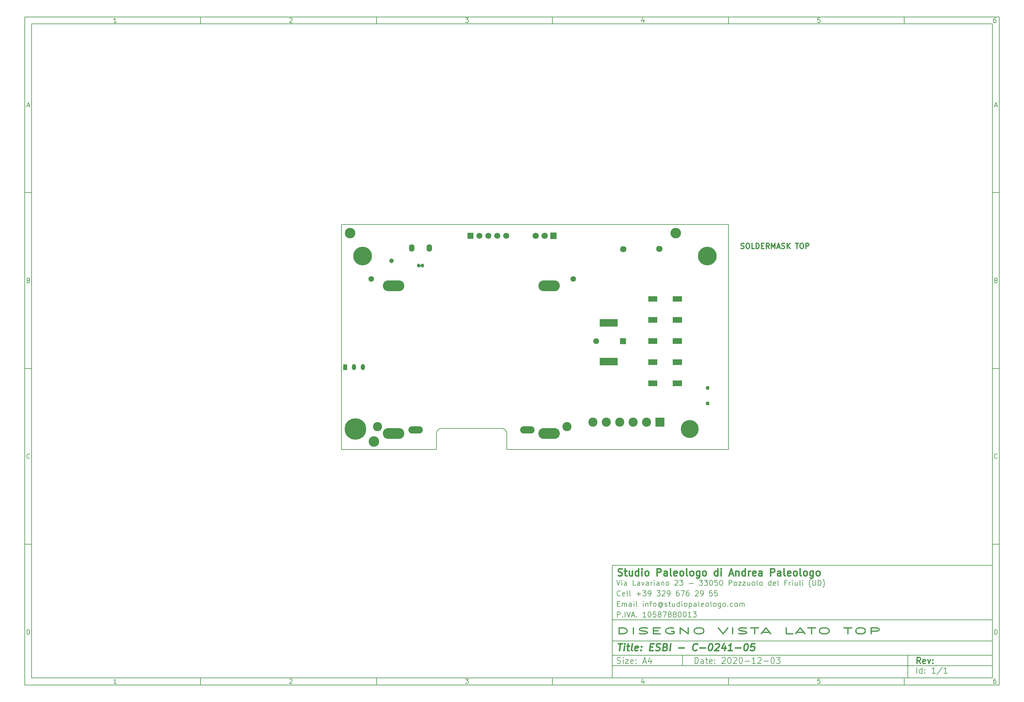
<source format=gts>
G04 CAM350  V5.0 Date:  Thu Dec  3 11:13:47 2020 *
G04 Database: (Untitled) *
G04 Layer 7: c-0241-05-f_mas *
%FSLAX46Y46*%
%MOMM*%
%SFA1.000B1.000*%

%MIA0B0*%
%IPPOS*%
%ADD11C,0.15000*%
%ADD12C,0.34000*%
%ADD13C,0.40000*%
%ADD15C,0.30000*%
%ADD70C,2.60200*%
%ADD71C,1.60200*%
%ADD73O,4.10200X2.10200*%
%ADD69O,6.10200X3.10200*%
%ADD74C,3.00000*%
%ADD75C,6.10200*%
%ADD76C,5.30200*%
%ADD77C,5.10200*%
%ADD78C,1.67200*%
%ADD79C,1.80200*%
%ADD83C,1.30200*%
%ADD85O,1.20200X1.70200*%
%ADD86C,1.10200*%
%ADD87O,0.90200X1.10200*%
%ADD88O,1.60200X2.10200*%
%ADD96C,1.70200*%
%ADD97C,1.80200*%
%LNc-0241-05-f_mas*%
G54D11*
%LPD*%
G36*
X89224000Y9000000D02*
G01X89224774Y9008856D01*
X89227074Y9017442*
X89230832Y9025500*
X89235930Y9032782*
X89242216Y9039068*
X89249500Y9044166*
X89257556Y9047924*
X89266142Y9050224*
X89275000Y9051000*
X91775000*
X91783856Y9050224*
X91792442Y9047924*
X91800500Y9044166*
X91807782Y9039068*
X91814068Y9032782*
X91819166Y9025500*
X91822924Y9017442*
X91825224Y9008856*
X91826000Y9000000*
Y6500000*
X91825224Y6491142*
X91822924Y6482556*
X91819166Y6474500*
X91814068Y6467216*
X91807782Y6460930*
X91800500Y6455832*
X91792442Y6452074*
X91783856Y6449774*
X91775000Y6449000*
X89275000*
X89266142Y6449774*
X89257556Y6452074*
X89249500Y6455832*
X89242216Y6460930*
X89235930Y6467216*
X89230832Y6474500*
X89227074Y6482556*
X89224774Y6491142*
X89224000Y6500000*
Y9000000*
G37*
G36*
X73449000Y26000000D02*
G01X73449774Y26008856D01*
X73452074Y26017442*
X73455832Y26025500*
X73460930Y26032782*
X73467216Y26039068*
X73474500Y26044166*
X73482556Y26047924*
X73491142Y26050224*
X73500000Y26051000*
X78500000*
X78508856Y26050224*
X78517442Y26047924*
X78525500Y26044166*
X78532782Y26039068*
X78539068Y26032782*
X78544166Y26025500*
X78547924Y26017442*
X78550224Y26008856*
X78551000Y26000000*
Y24000000*
X78550224Y23991142*
X78547924Y23982556*
X78544166Y23974500*
X78539068Y23967216*
X78532782Y23960930*
X78525500Y23955832*
X78517442Y23952074*
X78508856Y23949774*
X78500000Y23949000*
X73500000*
X73491142Y23949774*
X73482556Y23952074*
X73474500Y23955832*
X73467216Y23960930*
X73460930Y23967216*
X73455832Y23974500*
X73452074Y23982556*
X73449774Y23991142*
X73449000Y24000000*
Y26000000*
G37*
G36*
Y37000000D02*
G01X73449774Y37008856D01*
X73452074Y37017442*
X73455832Y37025500*
X73460930Y37032782*
X73467216Y37039068*
X73474500Y37044166*
X73482556Y37047924*
X73491142Y37050224*
X73500000Y37051000*
X78500000*
X78508856Y37050224*
X78517442Y37047924*
X78525500Y37044166*
X78532782Y37039068*
X78539068Y37032782*
X78544166Y37025500*
X78547924Y37017442*
X78550224Y37008856*
X78551000Y37000000*
Y35000000*
X78550224Y34991142*
X78547924Y34982556*
X78544166Y34974500*
X78539068Y34967216*
X78532782Y34960930*
X78525500Y34955832*
X78517442Y34952074*
X78508856Y34949774*
X78500000Y34949000*
X73500000*
X73491142Y34949774*
X73482556Y34952074*
X73474500Y34955832*
X73467216Y34960930*
X73460930Y34967216*
X73455832Y34974500*
X73452074Y34982556*
X73449774Y34991142*
X73449000Y35000000*
Y37000000*
G37*
G36*
X79174000Y31535000D02*
G01X79174774Y31543856D01*
X79177074Y31552442*
X79180832Y31560500*
X79185930Y31567782*
X79192216Y31574068*
X79199500Y31579166*
X79207556Y31582924*
X79216142Y31585224*
X79225000Y31586000*
X80795000*
X80803856Y31585224*
X80812442Y31582924*
X80820500Y31579166*
X80827782Y31574068*
X80834068Y31567782*
X80839166Y31560500*
X80842924Y31552442*
X80845224Y31543856*
X80846000Y31535000*
Y29965000*
X80845224Y29956142*
X80842924Y29947556*
X80839166Y29939500*
X80834068Y29932216*
X80827782Y29925930*
X80820500Y29920832*
X80812442Y29917074*
X80803856Y29914774*
X80795000Y29914000*
X79225000*
X79216142Y29914774*
X79207556Y29917074*
X79199500Y29920832*
X79192216Y29925930*
X79185930Y29932216*
X79180832Y29939500*
X79177074Y29947556*
X79174774Y29956142*
X79174000Y29965000*
Y31535000*
G37*
G36*
X94199000Y43550000D02*
G01X94199774Y43558856D01*
X94202074Y43567442*
X94205832Y43575500*
X94210930Y43582782*
X94217216Y43589068*
X94224500Y43594166*
X94232556Y43597924*
X94241142Y43600224*
X94250000Y43601000*
X96750000*
X96758856Y43600224*
X96767442Y43597924*
X96775500Y43594166*
X96782782Y43589068*
X96789068Y43582782*
X96794166Y43575500*
X96797924Y43567442*
X96800224Y43558856*
X96801000Y43550000*
Y42050000*
X96800224Y42041142*
X96797924Y42032556*
X96794166Y42024500*
X96789068Y42017216*
X96782782Y42010930*
X96775500Y42005832*
X96767442Y42002074*
X96758856Y41999774*
X96750000Y41999000*
X94250000*
X94241142Y41999774*
X94232556Y42002074*
X94224500Y42005832*
X94217216Y42010930*
X94210930Y42017216*
X94205832Y42024500*
X94202074Y42032556*
X94199774Y42041142*
X94199000Y42050000*
Y43550000*
G37*
G36*
X87199000D02*
G01X87199774Y43558856D01*
X87202074Y43567442*
X87205832Y43575500*
X87210930Y43582782*
X87217216Y43589068*
X87224500Y43594166*
X87232556Y43597924*
X87241142Y43600224*
X87250000Y43601000*
X89750000*
X89758856Y43600224*
X89767442Y43597924*
X89775500Y43594166*
X89782782Y43589068*
X89789068Y43582782*
X89794166Y43575500*
X89797924Y43567442*
X89800224Y43558856*
X89801000Y43550000*
Y42050000*
X89800224Y42041142*
X89797924Y42032556*
X89794166Y42024500*
X89789068Y42017216*
X89782782Y42010930*
X89775500Y42005832*
X89767442Y42002074*
X89758856Y41999774*
X89750000Y41999000*
X87250000*
X87241142Y41999774*
X87232556Y42002074*
X87224500Y42005832*
X87217216Y42010930*
X87210930Y42017216*
X87205832Y42024500*
X87202074Y42032556*
X87199774Y42041142*
X87199000Y42050000*
Y43550000*
G37*
G36*
Y37550000D02*
G01X87199774Y37558856D01*
X87202074Y37567442*
X87205832Y37575500*
X87210930Y37582782*
X87217216Y37589068*
X87224500Y37594166*
X87232556Y37597924*
X87241142Y37600224*
X87250000Y37601000*
X89750000*
X89758856Y37600224*
X89767442Y37597924*
X89775500Y37594166*
X89782782Y37589068*
X89789068Y37582782*
X89794166Y37575500*
X89797924Y37567442*
X89800224Y37558856*
X89801000Y37550000*
Y36050000*
X89800224Y36041142*
X89797924Y36032556*
X89794166Y36024500*
X89789068Y36017216*
X89782782Y36010930*
X89775500Y36005832*
X89767442Y36002074*
X89758856Y35999774*
X89750000Y35999000*
X87250000*
X87241142Y35999774*
X87232556Y36002074*
X87224500Y36005832*
X87217216Y36010930*
X87210930Y36017216*
X87205832Y36024500*
X87202074Y36032556*
X87199774Y36041142*
X87199000Y36050000*
Y37550000*
G37*
G36*
X94199000D02*
G01X94199774Y37558856D01*
X94202074Y37567442*
X94205832Y37575500*
X94210930Y37582782*
X94217216Y37589068*
X94224500Y37594166*
X94232556Y37597924*
X94241142Y37600224*
X94250000Y37601000*
X96750000*
X96758856Y37600224*
X96767442Y37597924*
X96775500Y37594166*
X96782782Y37589068*
X96789068Y37582782*
X96794166Y37575500*
X96797924Y37567442*
X96800224Y37558856*
X96801000Y37550000*
Y36050000*
X96800224Y36041142*
X96797924Y36032556*
X96794166Y36024500*
X96789068Y36017216*
X96782782Y36010930*
X96775500Y36005832*
X96767442Y36002074*
X96758856Y35999774*
X96750000Y35999000*
X94250000*
X94241142Y35999774*
X94232556Y36002074*
X94224500Y36005832*
X94217216Y36010930*
X94210930Y36017216*
X94205832Y36024500*
X94202074Y36032556*
X94199774Y36041142*
X94199000Y36050000*
Y37550000*
G37*
G36*
Y31550000D02*
G01X94199774Y31558856D01*
X94202074Y31567442*
X94205832Y31575500*
X94210930Y31582782*
X94217216Y31589068*
X94224500Y31594166*
X94232556Y31597924*
X94241142Y31600224*
X94250000Y31601000*
X96750000*
X96758856Y31600224*
X96767442Y31597924*
X96775500Y31594166*
X96782782Y31589068*
X96789068Y31582782*
X96794166Y31575500*
X96797924Y31567442*
X96800224Y31558856*
X96801000Y31550000*
Y30050000*
X96800224Y30041142*
X96797924Y30032556*
X96794166Y30024500*
X96789068Y30017216*
X96782782Y30010930*
X96775500Y30005832*
X96767442Y30002074*
X96758856Y29999774*
X96750000Y29999000*
X94250000*
X94241142Y29999774*
X94232556Y30002074*
X94224500Y30005832*
X94217216Y30010930*
X94210930Y30017216*
X94205832Y30024500*
X94202074Y30032556*
X94199774Y30041142*
X94199000Y30050000*
Y31550000*
G37*
G36*
X87199000D02*
G01X87199774Y31558856D01*
X87202074Y31567442*
X87205832Y31575500*
X87210930Y31582782*
X87217216Y31589068*
X87224500Y31594166*
X87232556Y31597924*
X87241142Y31600224*
X87250000Y31601000*
X89750000*
X89758856Y31600224*
X89767442Y31597924*
X89775500Y31594166*
X89782782Y31589068*
X89789068Y31582782*
X89794166Y31575500*
X89797924Y31567442*
X89800224Y31558856*
X89801000Y31550000*
Y30050000*
X89800224Y30041142*
X89797924Y30032556*
X89794166Y30024500*
X89789068Y30017216*
X89782782Y30010930*
X89775500Y30005832*
X89767442Y30002074*
X89758856Y29999774*
X89750000Y29999000*
X87250000*
X87241142Y29999774*
X87232556Y30002074*
X87224500Y30005832*
X87217216Y30010930*
X87210930Y30017216*
X87205832Y30024500*
X87202074Y30032556*
X87199774Y30041142*
X87199000Y30050000*
Y31550000*
G37*
G36*
Y25550000D02*
G01X87199774Y25558856D01*
X87202074Y25567442*
X87205832Y25575500*
X87210930Y25582782*
X87217216Y25589068*
X87224500Y25594166*
X87232556Y25597924*
X87241142Y25600224*
X87250000Y25601000*
X89750000*
X89758856Y25600224*
X89767442Y25597924*
X89775500Y25594166*
X89782782Y25589068*
X89789068Y25582782*
X89794166Y25575500*
X89797924Y25567442*
X89800224Y25558856*
X89801000Y25550000*
Y24050000*
X89800224Y24041142*
X89797924Y24032556*
X89794166Y24024500*
X89789068Y24017216*
X89782782Y24010930*
X89775500Y24005832*
X89767442Y24002074*
X89758856Y23999774*
X89750000Y23999000*
X87250000*
X87241142Y23999774*
X87232556Y24002074*
X87224500Y24005832*
X87217216Y24010930*
X87210930Y24017216*
X87205832Y24024500*
X87202074Y24032556*
X87199774Y24041142*
X87199000Y24050000*
Y25550000*
G37*
G36*
X94199000D02*
G01X94199774Y25558856D01*
X94202074Y25567442*
X94205832Y25575500*
X94210930Y25582782*
X94217216Y25589068*
X94224500Y25594166*
X94232556Y25597924*
X94241142Y25600224*
X94250000Y25601000*
X96750000*
X96758856Y25600224*
X96767442Y25597924*
X96775500Y25594166*
X96782782Y25589068*
X96789068Y25582782*
X96794166Y25575500*
X96797924Y25567442*
X96800224Y25558856*
X96801000Y25550000*
Y24050000*
X96800224Y24041142*
X96797924Y24032556*
X96794166Y24024500*
X96789068Y24017216*
X96782782Y24010930*
X96775500Y24005832*
X96767442Y24002074*
X96758856Y23999774*
X96750000Y23999000*
X94250000*
X94241142Y23999774*
X94232556Y24002074*
X94224500Y24005832*
X94217216Y24010930*
X94210930Y24017216*
X94205832Y24024500*
X94202074Y24032556*
X94199774Y24041142*
X94199000Y24050000*
Y25550000*
G37*
G36*
Y19550000D02*
G01X94199774Y19558856D01*
X94202074Y19567442*
X94205832Y19575500*
X94210930Y19582782*
X94217216Y19589068*
X94224500Y19594166*
X94232556Y19597924*
X94241142Y19600224*
X94250000Y19601000*
X96750000*
X96758856Y19600224*
X96767442Y19597924*
X96775500Y19594166*
X96782782Y19589068*
X96789068Y19582782*
X96794166Y19575500*
X96797924Y19567442*
X96800224Y19558856*
X96801000Y19550000*
Y18050000*
X96800224Y18041142*
X96797924Y18032556*
X96794166Y18024500*
X96789068Y18017216*
X96782782Y18010930*
X96775500Y18005832*
X96767442Y18002074*
X96758856Y17999774*
X96750000Y17999000*
X94250000*
X94241142Y17999774*
X94232556Y18002074*
X94224500Y18005832*
X94217216Y18010930*
X94210930Y18017216*
X94205832Y18024500*
X94202074Y18032556*
X94199774Y18041142*
X94199000Y18050000*
Y19550000*
G37*
G36*
X87199000D02*
G01X87199774Y19558856D01*
X87202074Y19567442*
X87205832Y19575500*
X87210930Y19582782*
X87217216Y19589068*
X87224500Y19594166*
X87232556Y19597924*
X87241142Y19600224*
X87250000Y19601000*
X89750000*
X89758856Y19600224*
X89767442Y19597924*
X89775500Y19594166*
X89782782Y19589068*
X89789068Y19582782*
X89794166Y19575500*
X89797924Y19567442*
X89800224Y19558856*
X89801000Y19550000*
Y18050000*
X89800224Y18041142*
X89797924Y18032556*
X89794166Y18024500*
X89789068Y18017216*
X89782782Y18010930*
X89775500Y18005832*
X89767442Y18002074*
X89758856Y17999774*
X89750000Y17999000*
X87250000*
X87241142Y17999774*
X87232556Y18002074*
X87224500Y18005832*
X87217216Y18010930*
X87210930Y18017216*
X87205832Y18024500*
X87202074Y18032556*
X87199774Y18041142*
X87199000Y18050000*
Y19550000*
G37*
G36*
X35819000Y61550000D02*
G01X35819774Y61558856D01*
X35822074Y61567442*
X35825832Y61575500*
X35830930Y61582782*
X35837216Y61589068*
X35844500Y61594166*
X35852556Y61597924*
X35861142Y61600224*
X35870000Y61601000*
X37470000*
X37478856Y61600224*
X37487442Y61597924*
X37495500Y61594166*
X37502782Y61589068*
X37509068Y61582782*
X37514166Y61575500*
X37517924Y61567442*
X37520224Y61558856*
X37521000Y61550000*
Y59950000*
X37520224Y59941142*
X37517924Y59932556*
X37514166Y59924500*
X37509068Y59917216*
X37502782Y59910930*
X37495500Y59905832*
X37487442Y59902074*
X37478856Y59899774*
X37470000Y59899000*
X35870000*
X35861142Y59899774*
X35852556Y59902074*
X35844500Y59905832*
X35837216Y59910930*
X35830930Y59917216*
X35825832Y59924500*
X35822074Y59932556*
X35819774Y59941142*
X35819000Y59950000*
Y61550000*
G37*
G36*
X59389000Y61600000D02*
G01X59389774Y61608856D01*
X59392074Y61617442*
X59395832Y61625500*
X59400930Y61632782*
X59407216Y61639068*
X59414500Y61644166*
X59422556Y61647924*
X59431142Y61650224*
X59440000Y61651000*
X61140000*
X61148856Y61650224*
X61157442Y61647924*
X61165500Y61644166*
X61172782Y61639068*
X61179068Y61632782*
X61184166Y61625500*
X61187924Y61617442*
X61190224Y61608856*
X61191000Y61600000*
Y59900000*
X61190224Y59891142*
X61187924Y59882556*
X61184166Y59874500*
X61179068Y59867216*
X61172782Y59860930*
X61165500Y59855832*
X61157442Y59852074*
X61148856Y59849774*
X61140000Y59849000*
X59440000*
X59431142Y59849774*
X59422556Y59852074*
X59414500Y59855832*
X59407216Y59860930*
X59400930Y59867216*
X59395832Y59874500*
X59392074Y59882556*
X59389774Y59891142*
X59389000Y59900000*
Y61600000*
G37*
G36*
X509000Y24150000D02*
G01X509774Y24158856D01*
X512074Y24167442*
X515832Y24175500*
X520930Y24182782*
X527216Y24189068*
X534500Y24194166*
X542556Y24197924*
X551142Y24200224*
X560000Y24201000*
X1560000*
X1568856Y24200224*
X1577442Y24197924*
X1585500Y24194166*
X1592782Y24189068*
X1599068Y24182782*
X1604166Y24175500*
X1607924Y24167442*
X1610224Y24158856*
X1611000Y24150000*
Y22650000*
X1610224Y22641142*
X1607924Y22632556*
X1604166Y22624500*
X1599068Y22617216*
X1592782Y22610930*
X1585500Y22605832*
X1577442Y22602074*
X1568856Y22599774*
X1560000Y22599000*
X560000*
X551142Y22599774*
X542556Y22602074*
X534500Y22605832*
X527216Y22610930*
X520930Y22617216*
X515832Y22624500*
X512074Y22632556*
X509774Y22641142*
X509000Y22650000*
Y24150000*
G37*
G36*
X22390364Y52062410D02*
G01X22399000Y52150094D01*
Y52349906*
X22390364Y52437592*
X22380822Y52469050*
X22381276Y52470998*
X22383190Y52471578*
X22384584Y52470396*
X22391534Y52453616*
X22404928Y52433570*
X22421976Y52416522*
X22442024Y52403128*
X22464296Y52393902*
X22487948Y52389196*
X22512054*
X22535704Y52393900*
X22557978Y52403128*
X22578024Y52416522*
X22595072Y52433568*
X22608466Y52453616*
X22615418Y52470398*
X22617006Y52471616*
X22618854Y52470852*
X22619180Y52469052*
X22609636Y52437592*
X22601000Y52349906*
Y52150094*
X22609636Y52062410*
X22619180Y52030948*
X22618726Y52029000*
X22616812Y52028420*
X22615418Y52029602*
X22608466Y52046384*
X22595072Y52066432*
X22578026Y52083478*
X22557978Y52096874*
X22535704Y52106100*
X22512054Y52110804*
X22487948*
X22464298Y52106100*
X22442024Y52096874*
X22421976Y52083480*
X22404930Y52066432*
X22391534Y52046384*
X22384582Y52029602*
X22382996Y52028384*
X22381148Y52029150*
X22380820Y52030948*
X22390364Y52062410*
G37*
G54D70*
X86715000Y7750000D03*
X82905000D03*
X79095000D03*
X75285000D03*
X71475000D03*
G54D71*
X8500000Y48500000D03*
X65900000D03*
G54D73*
X52820000Y5510000D03*
G54D69*
X14870000Y46510000D03*
X59070000D03*
Y4510000D03*
X14870000D03*
G54D73*
X21120000Y5510000D03*
G54D74*
X2500000Y61500000D03*
X9250000Y2250000D03*
G54D75*
X4010000Y5790000D03*
G54D76*
X6000000Y55000000D03*
X104000000D03*
G54D77*
X99010000Y5790000D03*
G54D78*
X72390000Y30750000D03*
G54D79*
X80100000Y56950000D03*
X90350000Y57000000D03*
G54D96*
X39210000Y60750000D03*
X41750000D03*
X44290000D03*
X46830000D03*
G54D97*
X57750000D03*
X55210000D03*
G54D83*
X14250000Y53600000D03*
G54D70*
X64150000Y6500000D03*
X10250000D03*
G54D74*
X95000000Y61500000D03*
G54D85*
X6140000Y23400000D03*
X3600000D03*
G54D86*
X104100000Y17450000D03*
Y13050000D03*
G54D87*
X23050000Y52250000D03*
X21950000D03*
G54D88*
X25000000Y57250000D03*
X20000000D03*
G54D11*
X77002200Y-33007200D02*
G01Y-65007200D01*
X185002200*
Y-33007200*
X77002200*
X-90000000Y123000000D02*
G01Y-67007200D01*
X187002200*
Y123000000*
X-90000000*
X-88000000Y121000000D02*
G01Y-65007200D01*
X185002200*
Y121000000*
X-88000000*
X-40000000D02*
G01Y123000000D01*
X10000000Y121000000D02*
G01Y123000000D01*
X60000000Y121000000D02*
G01Y123000000D01*
X110000000Y121000000D02*
G01Y123000000D01*
X160000000Y121000000D02*
G01Y123000000D01*
X-63934524Y121411906D02*
G01X-64677382D01*
X-64305954D02*
G01Y122711906D01*
X-64429762Y122526192*
X-64553572Y122402382*
X-64677382Y122340478*
X-14677382Y122588096D02*
G01X-14615478Y122650000D01*
X-14491668Y122711906*
X-14182144*
X-14058334Y122650000*
X-13996430Y122588096*
X-13934524Y122464286*
Y122340478*
X-13996430Y122154762*
X-14739286Y121411906*
X-13934524*
X35260714Y122711906D02*
G01X36065476D01*
X35632142Y122216668*
X35817858*
X35941666Y122154762*
X36003572Y122092858*
X36065476Y121969048*
Y121659524*
X36003572Y121535716*
X35941666Y121473810*
X35817858Y121411906*
X35446428*
X35322620Y121473810*
X35260714Y121535716*
X85941666Y122278572D02*
G01Y121411906D01*
X85632142Y122773810D02*
G01X85322620Y121845240D01*
X86127380*
X136003572Y122711906D02*
G01X135384524D01*
X135322620Y122092858*
X135384524Y122154762*
X135508334Y122216668*
X135817858*
X135941666Y122154762*
X136003572Y122092858*
X136065476Y121969048*
Y121659524*
X136003572Y121535716*
X135941666Y121473810*
X135817858Y121411906*
X135508334*
X135384524Y121473810*
X135322620Y121535716*
X185941666Y122711906D02*
G01X185694048D01*
X185570238Y122650000*
X185508334Y122588096*
X185384524Y122402382*
X185322620Y122154762*
Y121659524*
X185384524Y121535716*
X185446428Y121473810*
X185570238Y121411906*
X185817858*
X185941666Y121473810*
X186003572Y121535716*
X186065476Y121659524*
Y121969048*
X186003572Y122092858*
X185941666Y122154762*
X185817858Y122216668*
X185570238*
X185446428Y122154762*
X185384524Y122092858*
X185322620Y121969048*
X-40000000Y-65007200D02*
G01Y-67007200D01*
X10000000Y-65007200D02*
G01Y-67007200D01*
X60000000Y-65007200D02*
G01Y-67007200D01*
X110000000Y-65007200D02*
G01Y-67007200D01*
X160000000Y-65007200D02*
G01Y-67007200D01*
X-63934524Y-66595294D02*
G01X-64677382D01*
X-64305954D02*
G01Y-65295294D01*
X-64429762Y-65481010*
X-64553572Y-65604820*
X-64677382Y-65666724*
X-14677382Y-65419104D02*
G01X-14615478Y-65357200D01*
X-14491668Y-65295294*
X-14182144*
X-14058334Y-65357200*
X-13996430Y-65419104*
X-13934524Y-65542914*
Y-65666724*
X-13996430Y-65852438*
X-14739286Y-66595294*
X-13934524*
X35260714Y-65295294D02*
G01X36065476D01*
X35632142Y-65790534*
X35817858*
X35941666Y-65852438*
X36003572Y-65914342*
X36065476Y-66038152*
Y-66347676*
X36003572Y-66471486*
X35941666Y-66533390*
X35817858Y-66595294*
X35446428*
X35322620Y-66533390*
X35260714Y-66471486*
X85941666Y-65728628D02*
G01Y-66595294D01*
X85632142Y-65233390D02*
G01X85322620Y-66161962D01*
X86127380*
X136003572Y-65295294D02*
G01X135384524D01*
X135322620Y-65914342*
X135384524Y-65852438*
X135508334Y-65790534*
X135817858*
X135941666Y-65852438*
X136003572Y-65914342*
X136065476Y-66038152*
Y-66347676*
X136003572Y-66471486*
X135941666Y-66533390*
X135817858Y-66595294*
X135508334*
X135384524Y-66533390*
X135322620Y-66471486*
X185941666Y-65295294D02*
G01X185694048D01*
X185570238Y-65357200*
X185508334Y-65419104*
X185384524Y-65604820*
X185322620Y-65852438*
Y-66347676*
X185384524Y-66471486*
X185446428Y-66533390*
X185570238Y-66595294*
X185817858*
X185941666Y-66533390*
X186003572Y-66471486*
X186065476Y-66347676*
Y-66038152*
X186003572Y-65914342*
X185941666Y-65852438*
X185817858Y-65790534*
X185570238*
X185446428Y-65852438*
X185384524Y-65914342*
X185322620Y-66038152*
X-90000000Y73000000D02*
G01X-88000000D01*
X-90000000Y23000000D02*
G01X-88000000D01*
X-90000000Y-27000000D02*
G01X-88000000D01*
X-89309524Y97783334D02*
G01X-88690478D01*
X-89433334Y97411906D02*
G01X-89000000Y98711906D01*
X-88566668Y97411906*
X-88907144Y48092858D02*
G01X-88721430Y48030954D01*
X-88659524Y47969048*
X-88597620Y47845240*
Y47659524*
X-88659524Y47535716*
X-88721430Y47473810*
X-88845240Y47411906*
X-89340478*
Y48711906*
X-88907144*
X-88783334Y48650000*
X-88721430Y48588096*
X-88659524Y48464286*
Y48340478*
X-88721430Y48216668*
X-88783334Y48154762*
X-88907144Y48092858*
X-89340478*
X-88597620Y-2464286D02*
G01X-88659524Y-2526190D01*
X-88845240Y-2588096*
X-88969048*
X-89154762Y-2526190*
X-89278572Y-2402380*
X-89340478Y-2278572*
X-89402382Y-2030952*
Y-1845238*
X-89340478Y-1597620*
X-89278572Y-1473810*
X-89154762Y-1350000*
X-88969048Y-1288096*
X-88845240*
X-88659524Y-1350000*
X-88597620Y-1411904*
X-89340478Y-52588096D02*
G01Y-51288096D01*
X-89030954*
X-88845240Y-51350000*
X-88721430Y-51473810*
X-88659524Y-51597620*
X-88597620Y-51845238*
Y-52030952*
X-88659524Y-52278572*
X-88721430Y-52402380*
X-88845240Y-52526190*
X-89030954Y-52588096*
X-89340478*
X187002200Y73000000D02*
G01X185002200D01*
X187002200Y23000000D02*
G01X185002200D01*
X187002200Y-27000000D02*
G01X185002200D01*
X185692676Y97783334D02*
G01X186311724D01*
X185568866Y97411906D02*
G01X186002200Y98711906D01*
X186435534Y97411906*
X186095058Y48092858D02*
G01X186280772Y48030954D01*
X186342676Y47969048*
X186404580Y47845240*
Y47659524*
X186342676Y47535716*
X186280772Y47473810*
X186156962Y47411906*
X185661724*
Y48711906*
X186095058*
X186218866Y48650000*
X186280772Y48588096*
X186342676Y48464286*
Y48340478*
X186280772Y48216668*
X186218866Y48154762*
X186095058Y48092858*
X185661724*
X186404580Y-2464286D02*
G01X186342676Y-2526190D01*
X186156962Y-2588096*
X186033152*
X185847438Y-2526190*
X185723628Y-2402380*
X185661724Y-2278572*
X185599820Y-2030952*
Y-1845238*
X185661724Y-1597620*
X185723628Y-1473810*
X185847438Y-1350000*
X186033152Y-1288096*
X186156962*
X186342676Y-1350000*
X186404580Y-1411904*
X185661724Y-52588096D02*
G01Y-51288096D01*
X185971248*
X186156962Y-51350000*
X186280772Y-51473810*
X186342676Y-51597620*
X186404580Y-51845238*
Y-52030952*
X186342676Y-52278572*
X186280772Y-52402380*
X186156962Y-52526190*
X185971248Y-52588096*
X185661724*
X100481962Y-60876248D02*
G01Y-59176248D01*
X100886724*
X101129580Y-59257200*
X101291486Y-59419104*
X101372438Y-59581010*
X101453390Y-59904820*
Y-60147676*
X101372438Y-60471486*
X101291486Y-60633390*
X101129580Y-60795296*
X100886724Y-60876248*
X100481962*
X102910534D02*
G01Y-59985772D01*
X102829580Y-59823866*
X102667676Y-59742914*
X102343866*
X102181962Y-59823866*
X102910534Y-60795296D02*
G01X102748628Y-60876248D01*
X102343866*
X102181962Y-60795296*
X102101010Y-60633390*
Y-60471486*
X102181962Y-60309580*
X102343866Y-60228628*
X102748628*
X102910534Y-60147676*
X103477200Y-59742914D02*
G01X104124820D01*
X103720058Y-59176248D02*
G01Y-60633390D01*
X103801010Y-60795296*
X103962914Y-60876248*
X104124820*
X105339104Y-60795296D02*
G01X105177200Y-60876248D01*
X104853390*
X104691486Y-60795296*
X104610534Y-60633390*
Y-59985772*
X104691486Y-59823866*
X104853390Y-59742914*
X105177200*
X105339104Y-59823866*
X105420058Y-59985772*
Y-60147676*
X104610534Y-60309580*
X106148628Y-60714342D02*
G01X106229580Y-60795296D01*
X106148628Y-60876248*
X106067676Y-60795296*
X106148628Y-60714342*
Y-60876248*
Y-59823866D02*
G01X106229580Y-59904820D01*
X106148628Y-59985772*
X106067676Y-59904820*
X106148628Y-59823866*
Y-59985772*
X108172438Y-59338152D02*
G01X108253390Y-59257200D01*
X108415296Y-59176248*
X108820058*
X108981962Y-59257200*
X109062914Y-59338152*
X109143866Y-59500058*
Y-59661962*
X109062914Y-59904820*
X108091486Y-60876248*
X109143866*
X110196248Y-59176248D02*
G01X110358152D01*
X110520058Y-59257200*
X110601010Y-59338152*
X110681962Y-59500058*
X110762914Y-59823866*
Y-60228628*
X110681962Y-60552438*
X110601010Y-60714342*
X110520058Y-60795296*
X110358152Y-60876248*
X110196248*
X110034342Y-60795296*
X109953390Y-60714342*
X109872438Y-60552438*
X109791486Y-60228628*
Y-59823866*
X109872438Y-59500058*
X109953390Y-59338152*
X110034342Y-59257200*
X110196248Y-59176248*
X111410534Y-59338152D02*
G01X111491486Y-59257200D01*
X111653390Y-59176248*
X112058152*
X112220058Y-59257200*
X112301010Y-59338152*
X112381962Y-59500058*
Y-59661962*
X112301010Y-59904820*
X111329580Y-60876248*
X112381962*
X113434342Y-59176248D02*
G01X113596248D01*
X113758152Y-59257200*
X113839104Y-59338152*
X113920058Y-59500058*
X114001010Y-59823866*
Y-60228628*
X113920058Y-60552438*
X113839104Y-60714342*
X113758152Y-60795296*
X113596248Y-60876248*
X113434342*
X113272438Y-60795296*
X113191486Y-60714342*
X113110534Y-60552438*
X113029580Y-60228628*
Y-59823866*
X113110534Y-59500058*
X113191486Y-59338152*
X113272438Y-59257200*
X113434342Y-59176248*
X114729580Y-60228628D02*
G01X116024820D01*
X117724820Y-60876248D02*
G01X116753390D01*
X117239104D02*
G01Y-59176248D01*
X117077200Y-59419104*
X116915296Y-59581010*
X116753390Y-59661962*
X118372438Y-59338152D02*
G01X118453390Y-59257200D01*
X118615296Y-59176248*
X119020058*
X119181962Y-59257200*
X119262914Y-59338152*
X119343866Y-59500058*
Y-59661962*
X119262914Y-59904820*
X118291486Y-60876248*
X119343866*
X120072438Y-60228628D02*
G01X121367676D01*
X122501010Y-59176248D02*
G01X122662914D01*
X122824820Y-59257200*
X122905772Y-59338152*
X122986724Y-59500058*
X123067676Y-59823866*
Y-60228628*
X122986724Y-60552438*
X122905772Y-60714342*
X122824820Y-60795296*
X122662914Y-60876248*
X122501010*
X122339104Y-60795296*
X122258152Y-60714342*
X122177200Y-60552438*
X122096248Y-60228628*
Y-59823866*
X122177200Y-59500058*
X122258152Y-59338152*
X122339104Y-59257200*
X122501010Y-59176248*
X123634342D02*
G01X124686724D01*
X124120058Y-59823866*
X124362914*
X124524820Y-59904820*
X124605772Y-59985772*
X124686724Y-60147676*
Y-60552438*
X124605772Y-60714342*
X124524820Y-60795296*
X124362914Y-60876248*
X123877200*
X123715296Y-60795296*
X123634342Y-60714342*
X77002200Y-61507200D02*
G01X185002200D01*
X77002200Y-58507200D02*
G01X185002200D01*
G54D12*
X164599390Y-60876248D02*
G01X164032724Y-60066724D01*
X163627962Y-60876248D02*
G01Y-59176248D01*
X164275580*
X164437486Y-59257200*
X164518438Y-59338152*
X164599390Y-59500058*
Y-59742914*
X164518438Y-59904820*
X164437486Y-59985772*
X164275580Y-60066724*
X163627962*
X165975580Y-60795296D02*
G01X165813676Y-60876248D01*
X165489866*
X165327962Y-60795296*
X165247010Y-60633390*
Y-59985772*
X165327962Y-59823866*
X165489866Y-59742914*
X165813676*
X165975580Y-59823866*
X166056534Y-59985772*
Y-60147676*
X165247010Y-60309580*
X166623200Y-59742914D02*
G01X167027962Y-60876248D01*
X167432724Y-59742914*
X168080342Y-60714342D02*
G01X168161296Y-60795296D01*
X168080342Y-60876248*
X167999390Y-60795296*
X168080342Y-60714342*
Y-60876248*
Y-59823866D02*
G01X168161296Y-59904820D01*
X168080342Y-59985772*
X167999390Y-59904820*
X168080342Y-59823866*
Y-59985772*
G54D11*
X78401010Y-60795296D02*
G01X78643866Y-60876248D01*
X79048628*
X79210534Y-60795296*
X79291486Y-60714342*
X79372438Y-60552438*
Y-60390534*
X79291486Y-60228628*
X79210534Y-60147676*
X79048628Y-60066724*
X78724820Y-59985772*
X78562914Y-59904820*
X78481962Y-59823866*
X78401010Y-59661962*
Y-59500058*
X78481962Y-59338152*
X78562914Y-59257200*
X78724820Y-59176248*
X79129580*
X79372438Y-59257200*
X80101010Y-60876248D02*
G01Y-59742914D01*
Y-59176248D02*
G01X80020058Y-59257200D01*
X80101010Y-59338152*
X80181962Y-59257200*
X80101010Y-59176248*
Y-59338152*
X80748628Y-59742914D02*
G01X81639104D01*
X80748628Y-60876248*
X81639104*
X82934342Y-60795296D02*
G01X82772438Y-60876248D01*
X82448628*
X82286724Y-60795296*
X82205772Y-60633390*
Y-59985772*
X82286724Y-59823866*
X82448628Y-59742914*
X82772438*
X82934342Y-59823866*
X83015296Y-59985772*
Y-60147676*
X82205772Y-60309580*
X83743866Y-60714342D02*
G01X83824820Y-60795296D01*
X83743866Y-60876248*
X83662914Y-60795296*
X83743866Y-60714342*
Y-60876248*
Y-59823866D02*
G01X83824820Y-59904820D01*
X83743866Y-59985772*
X83662914Y-59904820*
X83743866Y-59823866*
Y-59985772*
X85767676Y-60390534D02*
G01X86577200D01*
X85605772Y-60876248D02*
G01X86172438Y-59176248D01*
X86739104Y-60876248*
X88034342Y-59742914D02*
G01Y-60876248D01*
X87629580Y-59095296D02*
G01X87224820Y-60309580D01*
X88277200*
X163481962Y-63676248D02*
G01Y-61976248D01*
X165020058Y-63676248D02*
G01Y-61976248D01*
Y-63595296D02*
G01X164858152Y-63676248D01*
X164534342*
X164372438Y-63595296*
X164291486Y-63514342*
X164210534Y-63352438*
Y-62866724*
X164291486Y-62704820*
X164372438Y-62623866*
X164534342Y-62542914*
X164858152*
X165020058Y-62623866*
X165829580Y-63514342D02*
G01X165910534Y-63595296D01*
X165829580Y-63676248*
X165748628Y-63595296*
X165829580Y-63514342*
Y-63676248*
Y-62623866D02*
G01X165910534Y-62704820D01*
X165829580Y-62785772*
X165748628Y-62704820*
X165829580Y-62623866*
Y-62785772*
X168824820Y-63676248D02*
G01X167853390D01*
X168339104D02*
G01Y-61976248D01*
X168177200Y-62219104*
X168015296Y-62381010*
X167853390Y-62461962*
X170767676Y-61895296D02*
G01X169310534Y-64081008D01*
X172224820Y-63676248D02*
G01X171253390D01*
X171739104D02*
G01Y-61976248D01*
X171577200Y-62219104*
X171415296Y-62381010*
X171253390Y-62461962*
X77002200Y-54507200D02*
G01X185002200D01*
G54D13*
X78714580Y-55211962D02*
G01X79857438D01*
X79036010Y-57211962D02*
G01X79286010Y-55211962D01*
X80274104Y-57211962D02*
G01X80440772Y-55878628D01*
X80524104Y-55211962D02*
G01X80416962Y-55307200D01*
X80500296Y-55402438*
X80607438Y-55307200*
X80524104Y-55211962*
X80500296Y-55402438*
X81107438Y-55878628D02*
G01X81869342D01*
X81476486Y-55211962D02*
G01X81262200Y-56926248D01*
X81333628Y-57116724*
X81512200Y-57211962*
X81702676*
X82655058D02*
G01X82476486Y-57116724D01*
X82405058Y-56926248*
X82619342Y-55211962*
X84190772Y-57116724D02*
G01X83988390Y-57211962D01*
X83607438*
X83428866Y-57116724*
X83357438Y-56926248*
X83452676Y-56164342*
X83571724Y-55973866*
X83774104Y-55878628*
X84155058*
X84333628Y-55973866*
X84405058Y-56164342*
X84381248Y-56354820*
X83405058Y-56545296*
X85155058Y-57021486D02*
G01X85238390Y-57116724D01*
X85131248Y-57211962*
X85047914Y-57116724*
X85155058Y-57021486*
X85131248Y-57211962*
X85286010Y-55973866D02*
G01X85369342Y-56069104D01*
X85262200Y-56164342*
X85178866Y-56069104*
X85286010Y-55973866*
X85262200Y-56164342*
X87738390D02*
G01X88405058D01*
X88559820Y-57211962D02*
G01X87607438D01*
X87857438Y-55211962*
X88809820*
X89333628Y-57116724D02*
G01X89607438Y-57211962D01*
X90083628*
X90286010Y-57116724*
X90393152Y-57021486*
X90512200Y-56831010*
X90536010Y-56640534*
X90464580Y-56450058*
X90381248Y-56354820*
X90202676Y-56259580*
X89833628Y-56164342*
X89655058Y-56069104*
X89571724Y-55973866*
X89500296Y-55783390*
X89524104Y-55592914*
X89643152Y-55402438*
X89750296Y-55307200*
X89952676Y-55211962*
X90428866*
X90702676Y-55307200*
X92119342Y-56164342D02*
G01X92393152Y-56259580D01*
X92476486Y-56354820*
X92547914Y-56545296*
X92512200Y-56831010*
X92393152Y-57021486*
X92286010Y-57116724*
X92083628Y-57211962*
X91321724*
X91571724Y-55211962*
X92238390*
X92416962Y-55307200*
X92500296Y-55402438*
X92571724Y-55592914*
X92547914Y-55783390*
X92428866Y-55973866*
X92321724Y-56069104*
X92119342Y-56164342*
X91452676*
X93321724Y-57211962D02*
G01X93571724Y-55211962D01*
X95893152Y-56450058D02*
G01X97416962D01*
X100964580Y-57021486D02*
G01X100857438Y-57116724D01*
X100559820Y-57211962*
X100369342*
X100095534Y-57116724*
X99928866Y-56926248*
X99857438Y-56735772*
X99809820Y-56354820*
X99845534Y-56069104*
X99988390Y-55688152*
X100107438Y-55497676*
X100321724Y-55307200*
X100619342Y-55211962*
X100809820*
X101083628Y-55307200*
X101166962Y-55402438*
X101893152Y-56450058D02*
G01X103416962D01*
X104905058Y-55211962D02*
G01X105095534D01*
X105274104Y-55307200*
X105357438Y-55402438*
X105428866Y-55592914*
X105476486Y-55973866*
X105416962Y-56450058*
X105274104Y-56831010*
X105155058Y-57021486*
X105047914Y-57116724*
X104845534Y-57211962*
X104655058*
X104476486Y-57116724*
X104393152Y-57021486*
X104321724Y-56831010*
X104274104Y-56450058*
X104333628Y-55973866*
X104476486Y-55592914*
X104595534Y-55402438*
X104702676Y-55307200*
X104905058Y-55211962*
X106309820Y-55402438D02*
G01X106416962Y-55307200D01*
X106619342Y-55211962*
X107095534*
X107274104Y-55307200*
X107357438Y-55402438*
X107428866Y-55592914*
X107405058Y-55783390*
X107274104Y-56069104*
X105988390Y-57211962*
X107226486*
X109107438Y-55878628D02*
G01X108940772Y-57211962D01*
X108726486Y-55116724D02*
G01X108071724Y-56545296D01*
X109309820*
X111036010Y-57211962D02*
G01X109893152D01*
X110464580D02*
G01X110714580Y-55211962D01*
X110488390Y-55497676*
X110274104Y-55688152*
X110071724Y-55783390*
X111988390Y-56450058D02*
G01X113512200D01*
X115000296Y-55211962D02*
G01X115190772D01*
X115369342Y-55307200*
X115452676Y-55402438*
X115524104Y-55592914*
X115571724Y-55973866*
X115512200Y-56450058*
X115369342Y-56831010*
X115250296Y-57021486*
X115143152Y-57116724*
X114940772Y-57211962*
X114750296*
X114571724Y-57116724*
X114488390Y-57021486*
X114416962Y-56831010*
X114369342Y-56450058*
X114428866Y-55973866*
X114571724Y-55592914*
X114690772Y-55402438*
X114797914Y-55307200*
X115000296Y-55211962*
X117476486D02*
G01X116524104D01*
X116309820Y-56164342*
X116416962Y-56069104*
X116619342Y-55973866*
X117095534*
X117274104Y-56069104*
X117357438Y-56164342*
X117428866Y-56354820*
X117369342Y-56831010*
X117250296Y-57021486*
X117143152Y-57116724*
X116940772Y-57211962*
X116464580*
X116286010Y-57116724*
X116202676Y-57021486*
G54D11*
X77002200Y-48507200D02*
G01X185002200D01*
X78434342Y-43900058D02*
G01X78934342D01*
X79148628Y-44685772D02*
G01X78434342D01*
Y-43185772*
X79148628*
X79791486Y-44685772D02*
G01Y-43685772D01*
Y-43828628D02*
G01X79862914Y-43757200D01*
X80005772Y-43685772*
X80220058*
X80362914Y-43757200*
X80434342Y-43900058*
Y-44685772*
Y-43900058D02*
G01X80505772Y-43757200D01*
X80648628Y-43685772*
X80862914*
X81005772Y-43757200*
X81077200Y-43900058*
Y-44685772*
X82434342D02*
G01Y-43900058D01*
X82362914Y-43757200*
X82220058Y-43685772*
X81934342*
X81791486Y-43757200*
X82434342Y-44614342D02*
G01X82291486Y-44685772D01*
X81934342*
X81791486Y-44614342*
X81720058Y-44471486*
Y-44328628*
X81791486Y-44185772*
X81934342Y-44114342*
X82291486*
X82434342Y-44042914*
X83148628Y-44685772D02*
G01Y-43685772D01*
Y-43185772D02*
G01X83077200Y-43257200D01*
X83148628Y-43328628*
X83220058Y-43257200*
X83148628Y-43185772*
Y-43328628*
X84077200Y-44685772D02*
G01X83934342Y-44614342D01*
X83862914Y-44471486*
Y-43185772*
X85791486Y-44685772D02*
G01Y-43685772D01*
Y-43185772D02*
G01X85720058Y-43257200D01*
X85791486Y-43328628*
X85862914Y-43257200*
X85791486Y-43185772*
Y-43328628*
X86505772Y-43685772D02*
G01Y-44685772D01*
Y-43828628D02*
G01X86577200Y-43757200D01*
X86720058Y-43685772*
X86934342*
X87077200Y-43757200*
X87148628Y-43900058*
Y-44685772*
X87648628Y-43685772D02*
G01X88220058D01*
X87862914Y-44685772D02*
G01Y-43400058D01*
X87934342Y-43257200*
X88077200Y-43185772*
X88220058*
X88934342Y-44685772D02*
G01X88791486Y-44614342D01*
X88720058Y-44542914*
X88648628Y-44400058*
Y-43971486*
X88720058Y-43828628*
X88791486Y-43757200*
X88934342Y-43685772*
X89148628*
X89291486Y-43757200*
X89362914Y-43828628*
X89434342Y-43971486*
Y-44400058*
X89362914Y-44542914*
X89291486Y-44614342*
X89148628Y-44685772*
X88934342*
X91005772Y-43971486D02*
G01X90934342Y-43900058D01*
X90791486Y-43828628*
X90648628*
X90505772Y-43900058*
X90434342Y-43971486*
X90362914Y-44114342*
Y-44257200*
X90434342Y-44400058*
X90505772Y-44471486*
X90648628Y-44542914*
X90791486*
X90934342Y-44471486*
X91005772Y-44400058*
Y-43828628D02*
G01Y-44400058D01*
X91077200Y-44471486*
X91148628*
X91291486Y-44400058*
X91362914Y-44257200*
Y-43900058*
X91220058Y-43685772*
X91005772Y-43542914*
X90720058Y-43471486*
X90434342Y-43542914*
X90220058Y-43685772*
X90077200Y-43900058*
X90005772Y-44185772*
X90077200Y-44471486*
X90220058Y-44685772*
X90434342Y-44828628*
X90720058Y-44900058*
X91005772Y-44828628*
X91220058Y-44685772*
X91934342Y-44614342D02*
G01X92077200Y-44685772D01*
X92362914*
X92505772Y-44614342*
X92577200Y-44471486*
Y-44400058*
X92505772Y-44257200*
X92362914Y-44185772*
X92148628*
X92005772Y-44114342*
X91934342Y-43971486*
Y-43900058*
X92005772Y-43757200*
X92148628Y-43685772*
X92362914*
X92505772Y-43757200*
X93005772Y-43685772D02*
G01X93577200D01*
X93220058Y-43185772D02*
G01Y-44471486D01*
X93291486Y-44614342*
X93434342Y-44685772*
X93577200*
X94720058Y-43685772D02*
G01Y-44685772D01*
X94077200Y-43685772D02*
G01Y-44471486D01*
X94148628Y-44614342*
X94291486Y-44685772*
X94505772*
X94648628Y-44614342*
X94720058Y-44542914*
X96077200Y-44685772D02*
G01Y-43185772D01*
Y-44614342D02*
G01X95934342Y-44685772D01*
X95648628*
X95505772Y-44614342*
X95434342Y-44542914*
X95362914Y-44400058*
Y-43971486*
X95434342Y-43828628*
X95505772Y-43757200*
X95648628Y-43685772*
X95934342*
X96077200Y-43757200*
X96791486Y-44685772D02*
G01Y-43685772D01*
Y-43185772D02*
G01X96720058Y-43257200D01*
X96791486Y-43328628*
X96862914Y-43257200*
X96791486Y-43185772*
Y-43328628*
X97720058Y-44685772D02*
G01X97577200Y-44614342D01*
X97505772Y-44542914*
X97434342Y-44400058*
Y-43971486*
X97505772Y-43828628*
X97577200Y-43757200*
X97720058Y-43685772*
X97934342*
X98077200Y-43757200*
X98148628Y-43828628*
X98220058Y-43971486*
Y-44400058*
X98148628Y-44542914*
X98077200Y-44614342*
X97934342Y-44685772*
X97720058*
X98862914Y-43685772D02*
G01Y-45185772D01*
Y-43757200D02*
G01X99005772Y-43685772D01*
X99291486*
X99434342Y-43757200*
X99505772Y-43828628*
X99577200Y-43971486*
Y-44400058*
X99505772Y-44542914*
X99434342Y-44614342*
X99291486Y-44685772*
X99005772*
X98862914Y-44614342*
X100862914Y-44685772D02*
G01Y-43900058D01*
X100791486Y-43757200*
X100648628Y-43685772*
X100362914*
X100220058Y-43757200*
X100862914Y-44614342D02*
G01X100720058Y-44685772D01*
X100362914*
X100220058Y-44614342*
X100148628Y-44471486*
Y-44328628*
X100220058Y-44185772*
X100362914Y-44114342*
X100720058*
X100862914Y-44042914*
X101791486Y-44685772D02*
G01X101648628Y-44614342D01*
X101577200Y-44471486*
Y-43185772*
X102934342Y-44614342D02*
G01X102791486Y-44685772D01*
X102505772*
X102362914Y-44614342*
X102291486Y-44471486*
Y-43900058*
X102362914Y-43757200*
X102505772Y-43685772*
X102791486*
X102934342Y-43757200*
X103005772Y-43900058*
Y-44042914*
X102291486Y-44185772*
X103862914Y-44685772D02*
G01X103720058Y-44614342D01*
X103648628Y-44542914*
X103577200Y-44400058*
Y-43971486*
X103648628Y-43828628*
X103720058Y-43757200*
X103862914Y-43685772*
X104077200*
X104220058Y-43757200*
X104291486Y-43828628*
X104362914Y-43971486*
Y-44400058*
X104291486Y-44542914*
X104220058Y-44614342*
X104077200Y-44685772*
X103862914*
X105220058D02*
G01X105077200Y-44614342D01*
X105005772Y-44471486*
Y-43185772*
X106005772Y-44685772D02*
G01X105862914Y-44614342D01*
X105791486Y-44542914*
X105720058Y-44400058*
Y-43971486*
X105791486Y-43828628*
X105862914Y-43757200*
X106005772Y-43685772*
X106220058*
X106362914Y-43757200*
X106434342Y-43828628*
X106505772Y-43971486*
Y-44400058*
X106434342Y-44542914*
X106362914Y-44614342*
X106220058Y-44685772*
X106005772*
X107791486Y-43685772D02*
G01Y-44900058D01*
X107720058Y-45042914*
X107648628Y-45114342*
X107505772Y-45185772*
X107291486*
X107148628Y-45114342*
X107791486Y-44614342D02*
G01X107648628Y-44685772D01*
X107362914*
X107220058Y-44614342*
X107148628Y-44542914*
X107077200Y-44400058*
Y-43971486*
X107148628Y-43828628*
X107220058Y-43757200*
X107362914Y-43685772*
X107648628*
X107791486Y-43757200*
X108720058Y-44685772D02*
G01X108577200Y-44614342D01*
X108505772Y-44542914*
X108434342Y-44400058*
Y-43971486*
X108505772Y-43828628*
X108577200Y-43757200*
X108720058Y-43685772*
X108934342*
X109077200Y-43757200*
X109148628Y-43828628*
X109220058Y-43971486*
Y-44400058*
X109148628Y-44542914*
X109077200Y-44614342*
X108934342Y-44685772*
X108720058*
X109862914Y-44542914D02*
G01X109934342Y-44614342D01*
X109862914Y-44685772*
X109791486Y-44614342*
X109862914Y-44542914*
Y-44685772*
X111220058Y-44614342D02*
G01X111077200Y-44685772D01*
X110791486*
X110648628Y-44614342*
X110577200Y-44542914*
X110505772Y-44400058*
Y-43971486*
X110577200Y-43828628*
X110648628Y-43757200*
X110791486Y-43685772*
X111077200*
X111220058Y-43757200*
X112077200Y-44685772D02*
G01X111934342Y-44614342D01*
X111862914Y-44542914*
X111791486Y-44400058*
Y-43971486*
X111862914Y-43828628*
X111934342Y-43757200*
X112077200Y-43685772*
X112291486*
X112434342Y-43757200*
X112505772Y-43828628*
X112577200Y-43971486*
Y-44400058*
X112505772Y-44542914*
X112434342Y-44614342*
X112291486Y-44685772*
X112077200*
X113220058D02*
G01Y-43685772D01*
Y-43828628D02*
G01X113291486Y-43757200D01*
X113434342Y-43685772*
X113648628*
X113791486Y-43757200*
X113862914Y-43900058*
Y-44685772*
Y-43900058D02*
G01X113934342Y-43757200D01*
X114077200Y-43685772*
X114291486*
X114434342Y-43757200*
X114505772Y-43900058*
Y-44685772*
X79291486Y-41542914D02*
G01X79220058Y-41614342D01*
X79005772Y-41685772*
X78862914*
X78648628Y-41614342*
X78505772Y-41471486*
X78434342Y-41328628*
X78362914Y-41042914*
Y-40828628*
X78434342Y-40542914*
X78505772Y-40400058*
X78648628Y-40257200*
X78862914Y-40185772*
X79005772*
X79220058Y-40257200*
X79291486Y-40328628*
X80505772Y-41614342D02*
G01X80362914Y-41685772D01*
X80077200*
X79934342Y-41614342*
X79862914Y-41471486*
Y-40900058*
X79934342Y-40757200*
X80077200Y-40685772*
X80362914*
X80505772Y-40757200*
X80577200Y-40900058*
Y-41042914*
X79862914Y-41185772*
X81434342Y-41685772D02*
G01X81291486Y-41614342D01*
X81220058Y-41471486*
Y-40185772*
X82220058Y-41685772D02*
G01X82077200Y-41614342D01*
X82005772Y-41471486*
Y-40185772*
X83934342Y-41114342D02*
G01X85077200D01*
X84505772Y-41685772D02*
G01Y-40542914D01*
X85648628Y-40185772D02*
G01X86577200D01*
X86077200Y-40757200*
X86291486*
X86434342Y-40828628*
X86505772Y-40900058*
X86577200Y-41042914*
Y-41400058*
X86505772Y-41542914*
X86434342Y-41614342*
X86291486Y-41685772*
X85862914*
X85720058Y-41614342*
X85648628Y-41542914*
X87291486Y-41685772D02*
G01X87577200D01*
X87720058Y-41614342*
X87791486Y-41542914*
X87934342Y-41328628*
X88005772Y-41042914*
Y-40471486*
X87934342Y-40328628*
X87862914Y-40257200*
X87720058Y-40185772*
X87434342*
X87291486Y-40257200*
X87220058Y-40328628*
X87148628Y-40471486*
Y-40828628*
X87220058Y-40971486*
X87291486Y-41042914*
X87434342Y-41114342*
X87720058*
X87862914Y-41042914*
X87934342Y-40971486*
X88005772Y-40828628*
X89648628Y-40185772D02*
G01X90577200D01*
X90077200Y-40757200*
X90291486*
X90434342Y-40828628*
X90505772Y-40900058*
X90577200Y-41042914*
Y-41400058*
X90505772Y-41542914*
X90434342Y-41614342*
X90291486Y-41685772*
X89862914*
X89720058Y-41614342*
X89648628Y-41542914*
X91148628Y-40328628D02*
G01X91220058Y-40257200D01*
X91362914Y-40185772*
X91720058*
X91862914Y-40257200*
X91934342Y-40328628*
X92005772Y-40471486*
Y-40614342*
X91934342Y-40828628*
X91077200Y-41685772*
X92005772*
X92720058D02*
G01X93005772D01*
X93148628Y-41614342*
X93220058Y-41542914*
X93362914Y-41328628*
X93434342Y-41042914*
Y-40471486*
X93362914Y-40328628*
X93291486Y-40257200*
X93148628Y-40185772*
X92862914*
X92720058Y-40257200*
X92648628Y-40328628*
X92577200Y-40471486*
Y-40828628*
X92648628Y-40971486*
X92720058Y-41042914*
X92862914Y-41114342*
X93148628*
X93291486Y-41042914*
X93362914Y-40971486*
X93434342Y-40828628*
X95862914Y-40185772D02*
G01X95577200D01*
X95434342Y-40257200*
X95362914Y-40328628*
X95220058Y-40542914*
X95148628Y-40828628*
Y-41400058*
X95220058Y-41542914*
X95291486Y-41614342*
X95434342Y-41685772*
X95720058*
X95862914Y-41614342*
X95934342Y-41542914*
X96005772Y-41400058*
Y-41042914*
X95934342Y-40900058*
X95862914Y-40828628*
X95720058Y-40757200*
X95434342*
X95291486Y-40828628*
X95220058Y-40900058*
X95148628Y-41042914*
X96505772Y-40185772D02*
G01X97505772D01*
X96862914Y-41685772*
X98720058Y-40185772D02*
G01X98434342D01*
X98291486Y-40257200*
X98220058Y-40328628*
X98077200Y-40542914*
X98005772Y-40828628*
Y-41400058*
X98077200Y-41542914*
X98148628Y-41614342*
X98291486Y-41685772*
X98577200*
X98720058Y-41614342*
X98791486Y-41542914*
X98862914Y-41400058*
Y-41042914*
X98791486Y-40900058*
X98720058Y-40828628*
X98577200Y-40757200*
X98291486*
X98148628Y-40828628*
X98077200Y-40900058*
X98005772Y-41042914*
X100577200Y-40328628D02*
G01X100648628Y-40257200D01*
X100791486Y-40185772*
X101148628*
X101291486Y-40257200*
X101362914Y-40328628*
X101434342Y-40471486*
Y-40614342*
X101362914Y-40828628*
X100505772Y-41685772*
X101434342*
X102148628D02*
G01X102434342D01*
X102577200Y-41614342*
X102648628Y-41542914*
X102791486Y-41328628*
X102862914Y-41042914*
Y-40471486*
X102791486Y-40328628*
X102720058Y-40257200*
X102577200Y-40185772*
X102291486*
X102148628Y-40257200*
X102077200Y-40328628*
X102005772Y-40471486*
Y-40828628*
X102077200Y-40971486*
X102148628Y-41042914*
X102291486Y-41114342*
X102577200*
X102720058Y-41042914*
X102791486Y-40971486*
X102862914Y-40828628*
X105362914Y-40185772D02*
G01X104648628D01*
X104577200Y-40900058*
X104648628Y-40828628*
X104791486Y-40757200*
X105148628*
X105291486Y-40828628*
X105362914Y-40900058*
X105434342Y-41042914*
Y-41400058*
X105362914Y-41542914*
X105291486Y-41614342*
X105148628Y-41685772*
X104791486*
X104648628Y-41614342*
X104577200Y-41542914*
X106791486Y-40185772D02*
G01X106077200D01*
X106005772Y-40900058*
X106077200Y-40828628*
X106220058Y-40757200*
X106577200*
X106720058Y-40828628*
X106791486Y-40900058*
X106862914Y-41042914*
Y-41400058*
X106791486Y-41542914*
X106720058Y-41614342*
X106577200Y-41685772*
X106220058*
X106077200Y-41614342*
X106005772Y-41542914*
X78220058Y-37185772D02*
G01X78720058Y-38685772D01*
X79220058Y-37185772*
X79720058Y-38685772D02*
G01Y-37685772D01*
Y-37185772D02*
G01X79648628Y-37257200D01*
X79720058Y-37328628*
X79791486Y-37257200*
X79720058Y-37185772*
Y-37328628*
X81077200Y-38685772D02*
G01Y-37900058D01*
X81005772Y-37757200*
X80862914Y-37685772*
X80577200*
X80434342Y-37757200*
X81077200Y-38614342D02*
G01X80934342Y-38685772D01*
X80577200*
X80434342Y-38614342*
X80362914Y-38471486*
Y-38328628*
X80434342Y-38185772*
X80577200Y-38114342*
X80934342*
X81077200Y-38042914*
X83648628Y-38685772D02*
G01X82934342D01*
Y-37185772*
X84791486Y-38685772D02*
G01Y-37900058D01*
X84720058Y-37757200*
X84577200Y-37685772*
X84291486*
X84148628Y-37757200*
X84791486Y-38614342D02*
G01X84648628Y-38685772D01*
X84291486*
X84148628Y-38614342*
X84077200Y-38471486*
Y-38328628*
X84148628Y-38185772*
X84291486Y-38114342*
X84648628*
X84791486Y-38042914*
X85362914Y-37685772D02*
G01X85720058Y-38685772D01*
X86077200Y-37685772*
X87291486Y-38685772D02*
G01Y-37900058D01*
X87220058Y-37757200*
X87077200Y-37685772*
X86791486*
X86648628Y-37757200*
X87291486Y-38614342D02*
G01X87148628Y-38685772D01*
X86791486*
X86648628Y-38614342*
X86577200Y-38471486*
Y-38328628*
X86648628Y-38185772*
X86791486Y-38114342*
X87148628*
X87291486Y-38042914*
X88005772Y-38685772D02*
G01Y-37685772D01*
Y-37971486D02*
G01X88077200Y-37828628D01*
X88148628Y-37757200*
X88291486Y-37685772*
X88434342*
X88934342Y-38685772D02*
G01Y-37685772D01*
Y-37185772D02*
G01X88862914Y-37257200D01*
X88934342Y-37328628*
X89005772Y-37257200*
X88934342Y-37185772*
Y-37328628*
X90291486Y-38685772D02*
G01Y-37900058D01*
X90220058Y-37757200*
X90077200Y-37685772*
X89791486*
X89648628Y-37757200*
X90291486Y-38614342D02*
G01X90148628Y-38685772D01*
X89791486*
X89648628Y-38614342*
X89577200Y-38471486*
Y-38328628*
X89648628Y-38185772*
X89791486Y-38114342*
X90148628*
X90291486Y-38042914*
X91005772Y-37685772D02*
G01Y-38685772D01*
Y-37828628D02*
G01X91077200Y-37757200D01*
X91220058Y-37685772*
X91434342*
X91577200Y-37757200*
X91648628Y-37900058*
Y-38685772*
X92577200D02*
G01X92434342Y-38614342D01*
X92362914Y-38542914*
X92291486Y-38400058*
Y-37971486*
X92362914Y-37828628*
X92434342Y-37757200*
X92577200Y-37685772*
X92791486*
X92934342Y-37757200*
X93005772Y-37828628*
X93077200Y-37971486*
Y-38400058*
X93005772Y-38542914*
X92934342Y-38614342*
X92791486Y-38685772*
X92577200*
X94791486Y-37328628D02*
G01X94862914Y-37257200D01*
X95005772Y-37185772*
X95362914*
X95505772Y-37257200*
X95577200Y-37328628*
X95648628Y-37471486*
Y-37614342*
X95577200Y-37828628*
X94720058Y-38685772*
X95648628*
X96148628Y-37185772D02*
G01X97077200D01*
X96577200Y-37757200*
X96791486*
X96934342Y-37828628*
X97005772Y-37900058*
X97077200Y-38042914*
Y-38400058*
X97005772Y-38542914*
X96934342Y-38614342*
X96791486Y-38685772*
X96362914*
X96220058Y-38614342*
X96148628Y-38542914*
X98862914Y-38114342D02*
G01X100005772D01*
X101720058Y-37185772D02*
G01X102648628D01*
X102148628Y-37757200*
X102362914*
X102505772Y-37828628*
X102577200Y-37900058*
X102648628Y-38042914*
Y-38400058*
X102577200Y-38542914*
X102505772Y-38614342*
X102362914Y-38685772*
X101934342*
X101791486Y-38614342*
X101720058Y-38542914*
X103148628Y-37185772D02*
G01X104077200D01*
X103577200Y-37757200*
X103791486*
X103934342Y-37828628*
X104005772Y-37900058*
X104077200Y-38042914*
Y-38400058*
X104005772Y-38542914*
X103934342Y-38614342*
X103791486Y-38685772*
X103362914*
X103220058Y-38614342*
X103148628Y-38542914*
X105005772Y-37185772D02*
G01X105148628D01*
X105291486Y-37257200*
X105362914Y-37328628*
X105434342Y-37471486*
X105505772Y-37757200*
Y-38114342*
X105434342Y-38400058*
X105362914Y-38542914*
X105291486Y-38614342*
X105148628Y-38685772*
X105005772*
X104862914Y-38614342*
X104791486Y-38542914*
X104720058Y-38400058*
X104648628Y-38114342*
Y-37757200*
X104720058Y-37471486*
X104791486Y-37328628*
X104862914Y-37257200*
X105005772Y-37185772*
X106862914D02*
G01X106148628D01*
X106077200Y-37900058*
X106148628Y-37828628*
X106291486Y-37757200*
X106648628*
X106791486Y-37828628*
X106862914Y-37900058*
X106934342Y-38042914*
Y-38400058*
X106862914Y-38542914*
X106791486Y-38614342*
X106648628Y-38685772*
X106291486*
X106148628Y-38614342*
X106077200Y-38542914*
X107862914Y-37185772D02*
G01X108005772D01*
X108148628Y-37257200*
X108220058Y-37328628*
X108291486Y-37471486*
X108362914Y-37757200*
Y-38114342*
X108291486Y-38400058*
X108220058Y-38542914*
X108148628Y-38614342*
X108005772Y-38685772*
X107862914*
X107720058Y-38614342*
X107648628Y-38542914*
X107577200Y-38400058*
X107505772Y-38114342*
Y-37757200*
X107577200Y-37471486*
X107648628Y-37328628*
X107720058Y-37257200*
X107862914Y-37185772*
X110148628Y-38685772D02*
G01Y-37185772D01*
X110720058*
X110862914Y-37257200*
X110934342Y-37328628*
X111005772Y-37471486*
Y-37685772*
X110934342Y-37828628*
X110862914Y-37900058*
X110720058Y-37971486*
X110148628*
X111862914Y-38685772D02*
G01X111720058Y-38614342D01*
X111648628Y-38542914*
X111577200Y-38400058*
Y-37971486*
X111648628Y-37828628*
X111720058Y-37757200*
X111862914Y-37685772*
X112077200*
X112220058Y-37757200*
X112291486Y-37828628*
X112362914Y-37971486*
Y-38400058*
X112291486Y-38542914*
X112220058Y-38614342*
X112077200Y-38685772*
X111862914*
X112862914Y-37685772D02*
G01X113648628D01*
X112862914Y-38685772*
X113648628*
X114077200Y-37685772D02*
G01X114862914D01*
X114077200Y-38685772*
X114862914*
X116077200Y-37685772D02*
G01Y-38685772D01*
X115434342Y-37685772D02*
G01Y-38471486D01*
X115505772Y-38614342*
X115648628Y-38685772*
X115862914*
X116005772Y-38614342*
X116077200Y-38542914*
X117005772Y-38685772D02*
G01X116862914Y-38614342D01*
X116791486Y-38542914*
X116720058Y-38400058*
Y-37971486*
X116791486Y-37828628*
X116862914Y-37757200*
X117005772Y-37685772*
X117220058*
X117362914Y-37757200*
X117434342Y-37828628*
X117505772Y-37971486*
Y-38400058*
X117434342Y-38542914*
X117362914Y-38614342*
X117220058Y-38685772*
X117005772*
X118362914D02*
G01X118220058Y-38614342D01*
X118148628Y-38471486*
Y-37185772*
X119148628Y-38685772D02*
G01X119005772Y-38614342D01*
X118934342Y-38542914*
X118862914Y-38400058*
Y-37971486*
X118934342Y-37828628*
X119005772Y-37757200*
X119148628Y-37685772*
X119362914*
X119505772Y-37757200*
X119577200Y-37828628*
X119648628Y-37971486*
Y-38400058*
X119577200Y-38542914*
X119505772Y-38614342*
X119362914Y-38685772*
X119148628*
X122077200D02*
G01Y-37185772D01*
Y-38614342D02*
G01X121934342Y-38685772D01*
X121648628*
X121505772Y-38614342*
X121434342Y-38542914*
X121362914Y-38400058*
Y-37971486*
X121434342Y-37828628*
X121505772Y-37757200*
X121648628Y-37685772*
X121934342*
X122077200Y-37757200*
X123362914Y-38614342D02*
G01X123220058Y-38685772D01*
X122934342*
X122791486Y-38614342*
X122720058Y-38471486*
Y-37900058*
X122791486Y-37757200*
X122934342Y-37685772*
X123220058*
X123362914Y-37757200*
X123434342Y-37900058*
Y-38042914*
X122720058Y-38185772*
X124291486Y-38685772D02*
G01X124148628Y-38614342D01*
X124077200Y-38471486*
Y-37185772*
X126505772Y-37900058D02*
G01X126005772D01*
Y-38685772D02*
G01Y-37185772D01*
X126720058*
X127291486Y-38685772D02*
G01Y-37685772D01*
Y-37971486D02*
G01X127362914Y-37828628D01*
X127434342Y-37757200*
X127577200Y-37685772*
X127720058*
X128220058Y-38685772D02*
G01Y-37685772D01*
Y-37185772D02*
G01X128148628Y-37257200D01*
X128220058Y-37328628*
X128291486Y-37257200*
X128220058Y-37185772*
Y-37328628*
X129577200Y-37685772D02*
G01Y-38685772D01*
X128934342Y-37685772D02*
G01Y-38471486D01*
X129005772Y-38614342*
X129148628Y-38685772*
X129362914*
X129505772Y-38614342*
X129577200Y-38542914*
X130505772Y-38685772D02*
G01X130362914Y-38614342D01*
X130291486Y-38471486*
Y-37185772*
X131077200Y-38685772D02*
G01Y-37685772D01*
Y-37185772D02*
G01X131005772Y-37257200D01*
X131077200Y-37328628*
X131148628Y-37257200*
X131077200Y-37185772*
Y-37328628*
X133362914Y-39257200D02*
G01X133291486Y-39185772D01*
X133148628Y-38971486*
X133077200Y-38828628*
X133005772Y-38614342*
X132934342Y-38257200*
Y-37971486*
X133005772Y-37614342*
X133077200Y-37400058*
X133148628Y-37257200*
X133291486Y-37042914*
X133362914Y-36971486*
X133934342Y-37185772D02*
G01Y-38400058D01*
X134005772Y-38542914*
X134077200Y-38614342*
X134220058Y-38685772*
X134505772*
X134648628Y-38614342*
X134720058Y-38542914*
X134791486Y-38400058*
Y-37185772*
X135505772Y-38685772D02*
G01Y-37185772D01*
X135862914*
X136077200Y-37257200*
X136220058Y-37400058*
X136291486Y-37542914*
X136362914Y-37828628*
Y-38042914*
X136291486Y-38328628*
X136220058Y-38471486*
X136077200Y-38614342*
X135862914Y-38685772*
X135505772*
X136862914Y-39257200D02*
G01X136934342Y-39185772D01*
X137077200Y-38971486*
X137148628Y-38828628*
X137220058Y-38614342*
X137291486Y-38257200*
Y-37971486*
X137220058Y-37614342*
X137148628Y-37400058*
X137077200Y-37257200*
X136934342Y-37042914*
X136862914Y-36971486*
X78432342Y-47685772D02*
G01Y-46185772D01*
X79003772*
X79146628Y-46257200*
X79218058Y-46328628*
X79289486Y-46471486*
Y-46685772*
X79218058Y-46828628*
X79146628Y-46900058*
X79003772Y-46971486*
X78432342*
X79932342Y-47542914D02*
G01X80003772Y-47614342D01*
X79932342Y-47685772*
X79860914Y-47614342*
X79932342Y-47542914*
Y-47685772*
X80646628D02*
G01Y-46185772D01*
X81146628D02*
G01X81646628Y-47685772D01*
X82146628Y-46185772*
X82575200Y-47257200D02*
G01X83289486D01*
X82432342Y-47685772D02*
G01X82932342Y-46185772D01*
X83432342Y-47685772*
X83932342Y-47542914D02*
G01X84003772Y-47614342D01*
X83932342Y-47685772*
X83860914Y-47614342*
X83932342Y-47542914*
Y-47685772*
X86575200D02*
G01X85718058D01*
X86146628D02*
G01Y-46185772D01*
X86003772Y-46400058*
X85860914Y-46542914*
X85718058Y-46614342*
X87503772Y-46185772D02*
G01X87646628D01*
X87789486Y-46257200*
X87860914Y-46328628*
X87932342Y-46471486*
X88003772Y-46757200*
Y-47114342*
X87932342Y-47400058*
X87860914Y-47542914*
X87789486Y-47614342*
X87646628Y-47685772*
X87503772*
X87360914Y-47614342*
X87289486Y-47542914*
X87218058Y-47400058*
X87146628Y-47114342*
Y-46757200*
X87218058Y-46471486*
X87289486Y-46328628*
X87360914Y-46257200*
X87503772Y-46185772*
X89360914D02*
G01X88646628D01*
X88575200Y-46900058*
X88646628Y-46828628*
X88789486Y-46757200*
X89146628*
X89289486Y-46828628*
X89360914Y-46900058*
X89432342Y-47042914*
Y-47400058*
X89360914Y-47542914*
X89289486Y-47614342*
X89146628Y-47685772*
X88789486*
X88646628Y-47614342*
X88575200Y-47542914*
X90289486Y-46828628D02*
G01X90146628Y-46757200D01*
X90075200Y-46685772*
X90003772Y-46542914*
Y-46471486*
X90075200Y-46328628*
X90146628Y-46257200*
X90289486Y-46185772*
X90575200*
X90718058Y-46257200*
X90789486Y-46328628*
X90860914Y-46471486*
Y-46542914*
X90789486Y-46685772*
X90718058Y-46757200*
X90575200Y-46828628*
X90289486*
X90146628Y-46900058*
X90075200Y-46971486*
X90003772Y-47114342*
Y-47400058*
X90075200Y-47542914*
X90146628Y-47614342*
X90289486Y-47685772*
X90575200*
X90718058Y-47614342*
X90789486Y-47542914*
X90860914Y-47400058*
Y-47114342*
X90789486Y-46971486*
X90718058Y-46900058*
X90575200Y-46828628*
X91360914Y-46185772D02*
G01X92360914D01*
X91718058Y-47685772*
X93146628Y-46828628D02*
G01X93003772Y-46757200D01*
X92932342Y-46685772*
X92860914Y-46542914*
Y-46471486*
X92932342Y-46328628*
X93003772Y-46257200*
X93146628Y-46185772*
X93432342*
X93575200Y-46257200*
X93646628Y-46328628*
X93718058Y-46471486*
Y-46542914*
X93646628Y-46685772*
X93575200Y-46757200*
X93432342Y-46828628*
X93146628*
X93003772Y-46900058*
X92932342Y-46971486*
X92860914Y-47114342*
Y-47400058*
X92932342Y-47542914*
X93003772Y-47614342*
X93146628Y-47685772*
X93432342*
X93575200Y-47614342*
X93646628Y-47542914*
X93718058Y-47400058*
Y-47114342*
X93646628Y-46971486*
X93575200Y-46900058*
X93432342Y-46828628*
X94575200D02*
G01X94432342Y-46757200D01*
X94360914Y-46685772*
X94289486Y-46542914*
Y-46471486*
X94360914Y-46328628*
X94432342Y-46257200*
X94575200Y-46185772*
X94860914*
X95003772Y-46257200*
X95075200Y-46328628*
X95146628Y-46471486*
Y-46542914*
X95075200Y-46685772*
X95003772Y-46757200*
X94860914Y-46828628*
X94575200*
X94432342Y-46900058*
X94360914Y-46971486*
X94289486Y-47114342*
Y-47400058*
X94360914Y-47542914*
X94432342Y-47614342*
X94575200Y-47685772*
X94860914*
X95003772Y-47614342*
X95075200Y-47542914*
X95146628Y-47400058*
Y-47114342*
X95075200Y-46971486*
X95003772Y-46900058*
X94860914Y-46828628*
X96075200Y-46185772D02*
G01X96218058D01*
X96360914Y-46257200*
X96432342Y-46328628*
X96503772Y-46471486*
X96575200Y-46757200*
Y-47114342*
X96503772Y-47400058*
X96432342Y-47542914*
X96360914Y-47614342*
X96218058Y-47685772*
X96075200*
X95932342Y-47614342*
X95860914Y-47542914*
X95789486Y-47400058*
X95718058Y-47114342*
Y-46757200*
X95789486Y-46471486*
X95860914Y-46328628*
X95932342Y-46257200*
X96075200Y-46185772*
X97503772D02*
G01X97646628D01*
X97789486Y-46257200*
X97860914Y-46328628*
X97932342Y-46471486*
X98003772Y-46757200*
Y-47114342*
X97932342Y-47400058*
X97860914Y-47542914*
X97789486Y-47614342*
X97646628Y-47685772*
X97503772*
X97360914Y-47614342*
X97289486Y-47542914*
X97218058Y-47400058*
X97146628Y-47114342*
Y-46757200*
X97218058Y-46471486*
X97289486Y-46328628*
X97360914Y-46257200*
X97503772Y-46185772*
X99432342Y-47685772D02*
G01X98575200D01*
X99003772D02*
G01Y-46185772D01*
X98860914Y-46400058*
X98718058Y-46542914*
X98575200Y-46614342*
X99932342Y-46185772D02*
G01X100860914D01*
X100360914Y-46757200*
X100575200*
X100718058Y-46828628*
X100789486Y-46900058*
X100860914Y-47042914*
Y-47400058*
X100789486Y-47542914*
X100718058Y-47614342*
X100575200Y-47685772*
X100146628*
X100003772Y-47614342*
X99932342Y-47542914*
G54D13*
X78643152Y-35816724D02*
G01X78928866Y-35911962D01*
X79405058*
X79595534Y-35816724*
X79690772Y-35721486*
X79786010Y-35531010*
Y-35340534*
X79690772Y-35150058*
X79595534Y-35054820*
X79405058Y-34959580*
X79024104Y-34864342*
X78833628Y-34769104*
X78738390Y-34673866*
X78643152Y-34483390*
Y-34292914*
X78738390Y-34102438*
X78833628Y-34007200*
X79024104Y-33911962*
X79500296*
X79786010Y-34007200*
X80357438Y-34578628D02*
G01X81119342D01*
X80643152Y-33911962D02*
G01Y-35626248D01*
X80738390Y-35816724*
X80928866Y-35911962*
X81119342*
X82643152Y-34578628D02*
G01Y-35911962D01*
X81786010Y-34578628D02*
G01Y-35626248D01*
X81881248Y-35816724*
X82071724Y-35911962*
X82357438*
X82547914Y-35816724*
X82643152Y-35721486*
X84452676Y-35911962D02*
G01Y-33911962D01*
Y-35816724D02*
G01X84262200Y-35911962D01*
X83881248*
X83690772Y-35816724*
X83595534Y-35721486*
X83500296Y-35531010*
Y-34959580*
X83595534Y-34769104*
X83690772Y-34673866*
X83881248Y-34578628*
X84262200*
X84452676Y-34673866*
X85405058Y-35911962D02*
G01Y-34578628D01*
Y-33911962D02*
G01X85309820Y-34007200D01*
X85405058Y-34102438*
X85500296Y-34007200*
X85405058Y-33911962*
Y-34102438*
X86643152Y-35911962D02*
G01X86452676Y-35816724D01*
X86357438Y-35721486*
X86262200Y-35531010*
Y-34959580*
X86357438Y-34769104*
X86452676Y-34673866*
X86643152Y-34578628*
X86928866*
X87119342Y-34673866*
X87214580Y-34769104*
X87309820Y-34959580*
Y-35531010*
X87214580Y-35721486*
X87119342Y-35816724*
X86928866Y-35911962*
X86643152*
X89690772D02*
G01Y-33911962D01*
X90452676*
X90643152Y-34007200*
X90738390Y-34102438*
X90833628Y-34292914*
Y-34578628*
X90738390Y-34769104*
X90643152Y-34864342*
X90452676Y-34959580*
X89690772*
X92547914Y-35911962D02*
G01Y-34864342D01*
X92452676Y-34673866*
X92262200Y-34578628*
X91881248*
X91690772Y-34673866*
X92547914Y-35816724D02*
G01X92357438Y-35911962D01*
X91881248*
X91690772Y-35816724*
X91595534Y-35626248*
Y-35435772*
X91690772Y-35245296*
X91881248Y-35150058*
X92357438*
X92547914Y-35054820*
X93786010Y-35911962D02*
G01X93595534Y-35816724D01*
X93500296Y-35626248*
Y-33911962*
X95309820Y-35816724D02*
G01X95119342Y-35911962D01*
X94738390*
X94547914Y-35816724*
X94452676Y-35626248*
Y-34864342*
X94547914Y-34673866*
X94738390Y-34578628*
X95119342*
X95309820Y-34673866*
X95405058Y-34864342*
Y-35054820*
X94452676Y-35245296*
X96547914Y-35911962D02*
G01X96357438Y-35816724D01*
X96262200Y-35721486*
X96166962Y-35531010*
Y-34959580*
X96262200Y-34769104*
X96357438Y-34673866*
X96547914Y-34578628*
X96833628*
X97024104Y-34673866*
X97119342Y-34769104*
X97214580Y-34959580*
Y-35531010*
X97119342Y-35721486*
X97024104Y-35816724*
X96833628Y-35911962*
X96547914*
X98357438D02*
G01X98166962Y-35816724D01*
X98071724Y-35626248*
Y-33911962*
X99405058Y-35911962D02*
G01X99214580Y-35816724D01*
X99119342Y-35721486*
X99024104Y-35531010*
Y-34959580*
X99119342Y-34769104*
X99214580Y-34673866*
X99405058Y-34578628*
X99690772*
X99881248Y-34673866*
X99976486Y-34769104*
X100071724Y-34959580*
Y-35531010*
X99976486Y-35721486*
X99881248Y-35816724*
X99690772Y-35911962*
X99405058*
X101786010Y-34578628D02*
G01Y-36197676D01*
X101690772Y-36388152*
X101595534Y-36483390*
X101405058Y-36578628*
X101119342*
X100928866Y-36483390*
X101786010Y-35816724D02*
G01X101595534Y-35911962D01*
X101214580*
X101024104Y-35816724*
X100928866Y-35721486*
X100833628Y-35531010*
Y-34959580*
X100928866Y-34769104*
X101024104Y-34673866*
X101214580Y-34578628*
X101595534*
X101786010Y-34673866*
X103024104Y-35911962D02*
G01X102833628Y-35816724D01*
X102738390Y-35721486*
X102643152Y-35531010*
Y-34959580*
X102738390Y-34769104*
X102833628Y-34673866*
X103024104Y-34578628*
X103309820*
X103500296Y-34673866*
X103595534Y-34769104*
X103690772Y-34959580*
Y-35531010*
X103595534Y-35721486*
X103500296Y-35816724*
X103309820Y-35911962*
X103024104*
X106928866D02*
G01Y-33911962D01*
Y-35816724D02*
G01X106738390Y-35911962D01*
X106357438*
X106166962Y-35816724*
X106071724Y-35721486*
X105976486Y-35531010*
Y-34959580*
X106071724Y-34769104*
X106166962Y-34673866*
X106357438Y-34578628*
X106738390*
X106928866Y-34673866*
X107881248Y-35911962D02*
G01Y-34578628D01*
Y-33911962D02*
G01X107786010Y-34007200D01*
X107881248Y-34102438*
X107976486Y-34007200*
X107881248Y-33911962*
Y-34102438*
X110262200Y-35340534D02*
G01X111214580D01*
X110071724Y-35911962D02*
G01X110738390Y-33911962D01*
X111405058Y-35911962*
X112071724Y-34578628D02*
G01Y-35911962D01*
Y-34769104D02*
G01X112166962Y-34673866D01*
X112357438Y-34578628*
X112643152*
X112833628Y-34673866*
X112928866Y-34864342*
Y-35911962*
X114738390D02*
G01Y-33911962D01*
Y-35816724D02*
G01X114547914Y-35911962D01*
X114166962*
X113976486Y-35816724*
X113881248Y-35721486*
X113786010Y-35531010*
Y-34959580*
X113881248Y-34769104*
X113976486Y-34673866*
X114166962Y-34578628*
X114547914*
X114738390Y-34673866*
X115690772Y-35911962D02*
G01Y-34578628D01*
Y-34959580D02*
G01X115786010Y-34769104D01*
X115881248Y-34673866*
X116071724Y-34578628*
X116262200*
X117690772Y-35816724D02*
G01X117500296Y-35911962D01*
X117119342*
X116928866Y-35816724*
X116833628Y-35626248*
Y-34864342*
X116928866Y-34673866*
X117119342Y-34578628*
X117500296*
X117690772Y-34673866*
X117786010Y-34864342*
Y-35054820*
X116833628Y-35245296*
X119500296Y-35911962D02*
G01Y-34864342D01*
X119405058Y-34673866*
X119214580Y-34578628*
X118833628*
X118643152Y-34673866*
X119500296Y-35816724D02*
G01X119309820Y-35911962D01*
X118833628*
X118643152Y-35816724*
X118547914Y-35626248*
Y-35435772*
X118643152Y-35245296*
X118833628Y-35150058*
X119309820*
X119500296Y-35054820*
X121976486Y-35911962D02*
G01Y-33911962D01*
X122738390*
X122928866Y-34007200*
X123024104Y-34102438*
X123119342Y-34292914*
Y-34578628*
X123024104Y-34769104*
X122928866Y-34864342*
X122738390Y-34959580*
X121976486*
X124833628Y-35911962D02*
G01Y-34864342D01*
X124738390Y-34673866*
X124547914Y-34578628*
X124166962*
X123976486Y-34673866*
X124833628Y-35816724D02*
G01X124643152Y-35911962D01*
X124166962*
X123976486Y-35816724*
X123881248Y-35626248*
Y-35435772*
X123976486Y-35245296*
X124166962Y-35150058*
X124643152*
X124833628Y-35054820*
X126071724Y-35911962D02*
G01X125881248Y-35816724D01*
X125786010Y-35626248*
Y-33911962*
X127595534Y-35816724D02*
G01X127405058Y-35911962D01*
X127024104*
X126833628Y-35816724*
X126738390Y-35626248*
Y-34864342*
X126833628Y-34673866*
X127024104Y-34578628*
X127405058*
X127595534Y-34673866*
X127690772Y-34864342*
Y-35054820*
X126738390Y-35245296*
X128833628Y-35911962D02*
G01X128643152Y-35816724D01*
X128547914Y-35721486*
X128452676Y-35531010*
Y-34959580*
X128547914Y-34769104*
X128643152Y-34673866*
X128833628Y-34578628*
X129119342*
X129309820Y-34673866*
X129405058Y-34769104*
X129500296Y-34959580*
Y-35531010*
X129405058Y-35721486*
X129309820Y-35816724*
X129119342Y-35911962*
X128833628*
X130643152D02*
G01X130452676Y-35816724D01*
X130357438Y-35626248*
Y-33911962*
X131690772Y-35911962D02*
G01X131500296Y-35816724D01*
X131405058Y-35721486*
X131309820Y-35531010*
Y-34959580*
X131405058Y-34769104*
X131500296Y-34673866*
X131690772Y-34578628*
X131976486*
X132166960Y-34673866*
X132262200Y-34769104*
X132357438Y-34959580*
Y-35531010*
X132262200Y-35721486*
X132166960Y-35816724*
X131976486Y-35911962*
X131690772*
X134071722Y-34578628D02*
G01Y-36197676D01*
X133976486Y-36388152*
X133881248Y-36483390*
X133690772Y-36578628*
X133405058*
X133214580Y-36483390*
X134071722Y-35816724D02*
G01X133881248Y-35911962D01*
X133500296*
X133309820Y-35816724*
X133214580Y-35721486*
X133119342Y-35531010*
Y-34959580*
X133214580Y-34769104*
X133309820Y-34673866*
X133500296Y-34578628*
X133881248*
X134071722Y-34673866*
X135309820Y-35911962D02*
G01X135119342Y-35816724D01*
X135024104Y-35721486*
X134928866Y-35531010*
Y-34959580*
X135024104Y-34769104*
X135119342Y-34673866*
X135309820Y-34578628*
X135595534*
X135786010Y-34673866*
X135881248Y-34769104*
X135976486Y-34959580*
Y-35531010*
X135881248Y-35721486*
X135786010Y-35816724*
X135595534Y-35911962*
X135309820*
G54D11*
X97002200Y-58507200D02*
G01Y-61507200D01*
X161002200Y-58507200D02*
G01Y-65007200D01*
G54D12*
X78973580Y-52476248D02*
G01Y-50776248D01*
X79925962*
X80497390Y-50857200*
X80878342Y-51019104*
X81068820Y-51181010*
X81259296Y-51504820*
Y-51747676*
X81068820Y-52071486*
X80878342Y-52233390*
X80497390Y-52395296*
X79925962Y-52476248*
X78973580*
X82973580D02*
G01Y-50776248D01*
X84687866Y-52395296D02*
G01X85259296Y-52476248D01*
X86211676*
X86592628Y-52395296*
X86783104Y-52314342*
X86973580Y-52152438*
Y-51990534*
X86783104Y-51828628*
X86592628Y-51747676*
X86211676Y-51666724*
X85449772Y-51585772*
X85068820Y-51504820*
X84878342Y-51423866*
X84687866Y-51261962*
Y-51100058*
X84878342Y-50938152*
X85068820Y-50857200*
X85449772Y-50776248*
X86402152*
X86973580Y-50857200*
X88687866Y-51585772D02*
G01X90021200D01*
X90592628Y-52476248D02*
G01X88687866D01*
Y-50776248*
X90592628*
X94402152Y-50857200D02*
G01X94021200Y-50776248D01*
X93449772*
X92878342Y-50857200*
X92497390Y-51019104*
X92306914Y-51181010*
X92116438Y-51504820*
Y-51747676*
X92306914Y-52071486*
X92497390Y-52233390*
X92878342Y-52395296*
X93449772Y-52476248*
X93830724*
X94402152Y-52395296*
X94592628Y-52314342*
Y-51747676*
X93830724*
X96306914Y-52476248D02*
G01Y-50776248D01*
X98592628Y-52476248*
Y-50776248*
X101259296D02*
G01X102021200D01*
X102402152Y-50857200*
X102783104Y-51019104*
X102973580Y-51342914*
Y-51909580*
X102783104Y-52233390*
X102402152Y-52395296*
X102021200Y-52476248*
X101259296*
X100878342Y-52395296*
X100497390Y-52233390*
X100306914Y-51909580*
Y-51342914*
X100497390Y-51019104*
X100878342Y-50857200*
X101259296Y-50776248*
X107164058D02*
G01X108497390Y-52476248D01*
X109830724Y-50776248*
X111164058Y-52476248D02*
G01Y-50776248D01*
X112878342Y-52395296D02*
G01X113449772Y-52476248D01*
X114402152*
X114783104Y-52395296*
X114973580Y-52314342*
X115164058Y-52152438*
Y-51990534*
X114973580Y-51828628*
X114783104Y-51747676*
X114402152Y-51666724*
X113640248Y-51585772*
X113259296Y-51504820*
X113068820Y-51423866*
X112878342Y-51261962*
Y-51100058*
X113068820Y-50938152*
X113259296Y-50857200*
X113640248Y-50776248*
X114592628*
X115164058Y-50857200*
X116306914Y-50776248D02*
G01X118592628D01*
X117449772Y-52476248D02*
G01Y-50776248D01*
X119735486Y-51990534D02*
G01X121640248D01*
X119354534Y-52476248D02*
G01X120687866Y-50776248D01*
X122021200Y-52476248*
X128306914D02*
G01X126402152D01*
Y-50776248*
X129449772Y-51990534D02*
G01X131354534D01*
X129068818Y-52476248D02*
G01X130402152Y-50776248D01*
X131735486Y-52476248*
X132497390Y-50776248D02*
G01X134783104D01*
X133640246Y-52476248D02*
G01Y-50776248D01*
X136878342D02*
G01X137640248D01*
X138021200Y-50857200*
X138402152Y-51019104*
X138592628Y-51342914*
Y-51909580*
X138402152Y-52233390*
X138021200Y-52395296*
X137640248Y-52476248*
X136878342*
X136497390Y-52395296*
X136116438Y-52233390*
X135925962Y-51909580*
Y-51342914*
X136116438Y-51019104*
X136497390Y-50857200*
X136878342Y-50776248*
X142783104D02*
G01X145068820D01*
X143925962Y-52476248D02*
G01Y-50776248D01*
X147164058D02*
G01X147925962D01*
X148306914Y-50857200*
X148687866Y-51019104*
X148878342Y-51342914*
Y-51909580*
X148687866Y-52233390*
X148306914Y-52395296*
X147925962Y-52476248*
X147164058*
X146783104Y-52395296*
X146402152Y-52233390*
X146211676Y-51909580*
Y-51342914*
X146402152Y-51019104*
X146783104Y-50857200*
X147164058Y-50776248*
X150592628Y-52476248D02*
G01Y-50776248D01*
X152116438*
X152497390Y-50857200*
X152687866Y-50938152*
X152878342Y-51100058*
Y-51342914*
X152687866Y-51504820*
X152497390Y-51585772*
X152116438Y-51666724*
X150592628*
G54D15*
X113580714Y57192858D02*
G01X113795000Y57121430D01*
X114152142*
X114295000Y57192858*
X114366428Y57264286*
X114437858Y57407144*
Y57550000*
X114366428Y57692858*
X114295000Y57764286*
X114152142Y57835716*
X113866428Y57907144*
X113723572Y57978572*
X113652142Y58050000*
X113580714Y58192858*
Y58335716*
X113652142Y58478572*
X113723572Y58550000*
X113866428Y58621430*
X114223572*
X114437858Y58550000*
X115366428Y58621430D02*
G01X115652142D01*
X115795000Y58550000*
X115937858Y58407144*
X116009286Y58121430*
Y57621430*
X115937858Y57335716*
X115795000Y57192858*
X115652142Y57121430*
X115366428*
X115223572Y57192858*
X115080714Y57335716*
X115009286Y57621430*
Y58121430*
X115080714Y58407144*
X115223572Y58550000*
X115366428Y58621430*
X117366428Y57121430D02*
G01X116652142D01*
Y58621430*
X117866428Y57121430D02*
G01Y58621430D01*
X118223572*
X118437858Y58550000*
X118580714Y58407144*
X118652142Y58264286*
X118723572Y57978572*
Y57764286*
X118652142Y57478572*
X118580714Y57335716*
X118437858Y57192858*
X118223572Y57121430*
X117866428*
X119366428Y57907144D02*
G01X119866428D01*
X120080714Y57121430D02*
G01X119366428D01*
Y58621430*
X120080714*
X121580714Y57121430D02*
G01X121080714Y57835716D01*
X120723572Y57121430D02*
G01Y58621430D01*
X121295000*
X121437858Y58550000*
X121509286Y58478572*
X121580714Y58335716*
Y58121430*
X121509286Y57978572*
X121437858Y57907144*
X121295000Y57835716*
X120723572*
X122223572Y57121430D02*
G01Y58621430D01*
X122723572Y57550000*
X123223572Y58621430*
Y57121430*
X123866428Y57550000D02*
G01X124580714D01*
X123723572Y57121430D02*
G01X124223572Y58621430D01*
X124723572Y57121430*
X125152142Y57192858D02*
G01X125366428Y57121430D01*
X125723572*
X125866428Y57192858*
X125937858Y57264286*
X126009286Y57407144*
Y57550000*
X125937858Y57692858*
X125866428Y57764286*
X125723572Y57835716*
X125437858Y57907144*
X125295000Y57978572*
X125223572Y58050000*
X125152142Y58192858*
Y58335716*
X125223572Y58478572*
X125295000Y58550000*
X125437858Y58621430*
X125795000*
X126009286Y58550000*
X126652142Y57121430D02*
G01Y58621430D01*
X127509286Y57121430D02*
G01X126866428Y57978572D01*
X127509286Y58621430D02*
G01X126652142Y57764286D01*
X129080714Y58621430D02*
G01X129937858D01*
X129509286Y57121430D02*
G01Y58621430D01*
X130723572D02*
G01X131009286D01*
X131152142Y58550000*
X131295000Y58407144*
X131366428Y58121430*
Y57621430*
X131295000Y57335716*
X131152142Y57192858*
X131009286Y57121430*
X130723572*
X130580714Y57192858*
X130437858Y57335716*
X130366428Y57621430*
Y58121430*
X130437858Y58407144*
X130580714Y58550000*
X130723572Y58621430*
X132009286Y57121430D02*
G01Y58621430D01*
X132580714*
X132723572Y58550000*
X132795000Y58478572*
X132866428Y58335716*
Y58121430*
X132795000Y57978572*
X132723572Y57907144*
X132580714Y57835716*
X132009286*
G54D11*
X47000000Y4500000D02*
G01X46977210Y4760472D01*
X46909538Y5013030*
X46799038Y5250000*
X46649066Y5464180*
X46464180Y5649066*
X46250000Y5799038*
X46013030Y5909538*
X45760472Y5977210*
X45500000Y6000000*
X28500000D02*
G01X28239526Y5977210D01*
X27986968Y5909538*
X27750000Y5799038*
X27535818Y5649066*
X27350932Y5464180*
X27200960Y5250000*
X27090460Y5013030*
X27022788Y4760472*
X27000000Y4500000*
X0Y64000000D02*
G01Y0D01*
X110000000Y64000000D02*
G01X0D01*
X110000000Y0D02*
G01Y64000000D01*
X47000000Y0D02*
G01X110000000D01*
X47000000Y4500000D02*
G01Y0D01*
X28500000Y6000000D02*
G01X45500000D01*
X27000000Y0D02*
G01Y4500000D01*
X0Y0D02*
G01X27000000D01*
G54D15*
X113580714Y57192858D02*
G01X113795000Y57121430D01*
X114152142*
X114295000Y57192858*
X114366428Y57264286*
X114437858Y57407144*
Y57550000*
X114366428Y57692858*
X114295000Y57764286*
X114152142Y57835716*
X113866428Y57907144*
X113723572Y57978572*
X113652142Y58050000*
X113580714Y58192858*
Y58335716*
X113652142Y58478572*
X113723572Y58550000*
X113866428Y58621430*
X114223572*
X114437858Y58550000*
X115366428Y58621430D02*
G01X115652142D01*
X115795000Y58550000*
X115937858Y58407144*
X116009286Y58121430*
Y57621430*
X115937858Y57335716*
X115795000Y57192858*
X115652142Y57121430*
X115366428*
X115223572Y57192858*
X115080714Y57335716*
X115009286Y57621430*
Y58121430*
X115080714Y58407144*
X115223572Y58550000*
X115366428Y58621430*
X117366428Y57121430D02*
G01X116652142D01*
Y58621430*
X117866428Y57121430D02*
G01Y58621430D01*
X118223572*
X118437858Y58550000*
X118580714Y58407144*
X118652142Y58264286*
X118723572Y57978572*
Y57764286*
X118652142Y57478572*
X118580714Y57335716*
X118437858Y57192858*
X118223572Y57121430*
X117866428*
X119366428Y57907144D02*
G01X119866428D01*
X120080714Y57121430D02*
G01X119366428D01*
Y58621430*
X120080714*
X121580714Y57121430D02*
G01X121080714Y57835716D01*
X120723572Y57121430D02*
G01Y58621430D01*
X121295000*
X121437858Y58550000*
X121509286Y58478572*
X121580714Y58335716*
Y58121430*
X121509286Y57978572*
X121437858Y57907144*
X121295000Y57835716*
X120723572*
X122223572Y57121430D02*
G01Y58621430D01*
X122723572Y57550000*
X123223572Y58621430*
Y57121430*
X123866428Y57550000D02*
G01X124580714D01*
X123723572Y57121430D02*
G01X124223572Y58621430D01*
X124723572Y57121430*
X125152142Y57192858D02*
G01X125366428Y57121430D01*
X125723572*
X125866428Y57192858*
X125937858Y57264286*
X126009286Y57407144*
Y57550000*
X125937858Y57692858*
X125866428Y57764286*
X125723572Y57835716*
X125437858Y57907144*
X125295000Y57978572*
X125223572Y58050000*
X125152142Y58192858*
Y58335716*
X125223572Y58478572*
X125295000Y58550000*
X125437858Y58621430*
X125795000*
X126009286Y58550000*
X126652142Y57121430D02*
G01Y58621430D01*
X127509286Y57121430D02*
G01X126866428Y57978572D01*
X127509286Y58621430D02*
G01X126652142Y57764286D01*
X129080714Y58621430D02*
G01X129937858D01*
X129509286Y57121430D02*
G01Y58621430D01*
X130723572D02*
G01X131009286D01*
X131152142Y58550000*
X131295000Y58407144*
X131366428Y58121430*
Y57621430*
X131295000Y57335716*
X131152142Y57192858*
X131009286Y57121430*
X130723572*
X130580714Y57192858*
X130437858Y57335716*
X130366428Y57621430*
Y58121430*
X130437858Y58407144*
X130580714Y58550000*
X130723572Y58621430*
X132009286Y57121430D02*
G01Y58621430D01*
X132580714*
X132723572Y58550000*
X132795000Y58478572*
X132866428Y58335716*
Y58121430*
X132795000Y57978572*
X132723572Y57907144*
X132580714Y57835716*
X132009286*
G54D11*
X47000000Y4500000D02*
G01X46977210Y4760472D01*
X46909538Y5013030*
X46799038Y5250000*
X46649066Y5464180*
X46464180Y5649066*
X46250000Y5799038*
X46013030Y5909538*
X45760472Y5977210*
X45500000Y6000000*
X28500000D02*
G01X28239526Y5977210D01*
X27986968Y5909538*
X27750000Y5799038*
X27535818Y5649066*
X27350932Y5464180*
X27200960Y5250000*
X27090460Y5013030*
X27022788Y4760472*
X27000000Y4500000*
X0Y64000000D02*
G01Y0D01*
X110000000Y64000000D02*
G01X0D01*
X110000000Y0D02*
G01Y64000000D01*
X47000000Y0D02*
G01X110000000D01*
X47000000Y4500000D02*
G01Y0D01*
X28500000Y6000000D02*
G01X45500000D01*
X27000000Y0D02*
G01Y4500000D01*
X0Y0D02*
G01X27000000D01*
M02*

</source>
